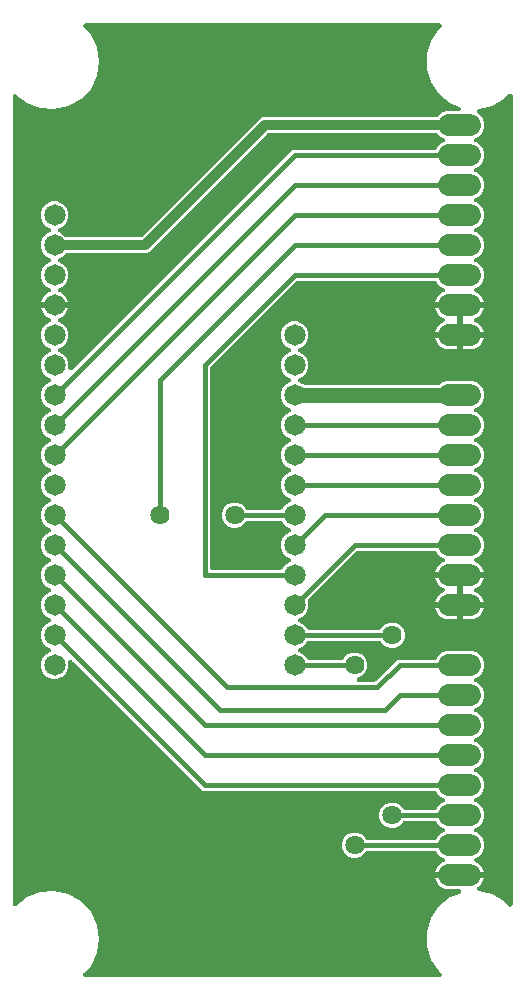
<source format=gbl>
G04 EAGLE Gerber RS-274X export*
G75*
%MOMM*%
%FSLAX34Y34*%
%LPD*%
%INBottomLayer*%
%IPPOS*%
%AMOC8*
5,1,8,0,0,1.08239X$1,22.5*%
G01*
%ADD10C,1.812800*%
%ADD11C,1.828800*%
%ADD12C,0.812800*%
%ADD13C,1.270000*%
%ADD14C,0.406400*%
%ADD15C,1.625600*%

G36*
X364113Y-60947D02*
X364113Y-60947D01*
X364236Y-60944D01*
X364313Y-60927D01*
X364391Y-60919D01*
X364509Y-60883D01*
X364629Y-60856D01*
X364701Y-60824D01*
X364776Y-60801D01*
X364884Y-60743D01*
X364996Y-60693D01*
X365061Y-60647D01*
X365130Y-60609D01*
X365225Y-60531D01*
X365325Y-60460D01*
X365379Y-60402D01*
X365439Y-60352D01*
X365516Y-60256D01*
X365601Y-60166D01*
X365642Y-60099D01*
X365692Y-60038D01*
X365748Y-59929D01*
X365813Y-59825D01*
X365841Y-59751D01*
X365877Y-59681D01*
X365911Y-59563D01*
X365954Y-59447D01*
X365967Y-59370D01*
X365989Y-59294D01*
X365999Y-59171D01*
X366018Y-59050D01*
X366015Y-58971D01*
X366022Y-58892D01*
X366007Y-58771D01*
X366002Y-58648D01*
X365984Y-58571D01*
X365975Y-58493D01*
X365937Y-58376D01*
X365908Y-58256D01*
X365874Y-58185D01*
X365850Y-58110D01*
X365789Y-58003D01*
X365738Y-57891D01*
X365691Y-57828D01*
X365652Y-57759D01*
X365572Y-57666D01*
X365499Y-57567D01*
X365432Y-57504D01*
X365389Y-57455D01*
X365332Y-57411D01*
X365257Y-57340D01*
X363671Y-56075D01*
X356851Y-46071D01*
X353282Y-34502D01*
X353282Y-22394D01*
X356851Y-10825D01*
X363671Y-821D01*
X373137Y6728D01*
X380947Y9793D01*
X380968Y9804D01*
X380990Y9811D01*
X381147Y9896D01*
X381305Y9977D01*
X381324Y9991D01*
X381344Y10003D01*
X381481Y10116D01*
X381620Y10227D01*
X381636Y10245D01*
X381654Y10260D01*
X381765Y10399D01*
X381880Y10535D01*
X381891Y10556D01*
X381906Y10574D01*
X381988Y10732D01*
X382074Y10888D01*
X382081Y10911D01*
X382091Y10931D01*
X382141Y11102D01*
X382194Y11272D01*
X382196Y11296D01*
X382203Y11318D01*
X382217Y11495D01*
X382236Y11673D01*
X382234Y11696D01*
X382236Y11720D01*
X382215Y11896D01*
X382198Y12074D01*
X382192Y12096D01*
X382189Y12119D01*
X382134Y12288D01*
X382082Y12459D01*
X382071Y12480D01*
X382064Y12502D01*
X381976Y12657D01*
X381893Y12814D01*
X381878Y12832D01*
X381866Y12853D01*
X381750Y12987D01*
X381637Y13125D01*
X381618Y13140D01*
X381603Y13157D01*
X381463Y13266D01*
X381324Y13379D01*
X381303Y13390D01*
X381285Y13404D01*
X381125Y13484D01*
X380968Y13566D01*
X380945Y13573D01*
X380924Y13584D01*
X380752Y13630D01*
X380582Y13680D01*
X380558Y13682D01*
X380536Y13688D01*
X380205Y13715D01*
X370936Y13715D01*
X369120Y14003D01*
X367370Y14571D01*
X365732Y15406D01*
X364244Y16487D01*
X362943Y17788D01*
X361862Y19276D01*
X361027Y20914D01*
X360459Y22664D01*
X360428Y22861D01*
X380492Y22861D01*
X380510Y22862D01*
X380527Y22861D01*
X380710Y22882D01*
X380892Y22901D01*
X380909Y22906D01*
X380927Y22908D01*
X381005Y22933D01*
X381142Y22894D01*
X381160Y22892D01*
X381177Y22888D01*
X381508Y22861D01*
X401572Y22861D01*
X401541Y22664D01*
X400973Y20914D01*
X400138Y19276D01*
X399057Y17788D01*
X397756Y16487D01*
X396428Y15523D01*
X396322Y15428D01*
X396211Y15340D01*
X396172Y15294D01*
X396128Y15255D01*
X396042Y15142D01*
X395950Y15033D01*
X395921Y14981D01*
X395886Y14933D01*
X395824Y14805D01*
X395756Y14680D01*
X395738Y14624D01*
X395712Y14570D01*
X395677Y14432D01*
X395634Y14297D01*
X395628Y14237D01*
X395613Y14180D01*
X395606Y14038D01*
X395591Y13896D01*
X395596Y13837D01*
X395593Y13777D01*
X395615Y13637D01*
X395628Y13495D01*
X395645Y13438D01*
X395653Y13379D01*
X395702Y13246D01*
X395742Y13109D01*
X395770Y13057D01*
X395791Y13001D01*
X395865Y12879D01*
X395931Y12754D01*
X395969Y12708D01*
X396000Y12657D01*
X396096Y12552D01*
X396186Y12442D01*
X396233Y12405D01*
X396273Y12361D01*
X396388Y12277D01*
X396498Y12188D01*
X396551Y12160D01*
X396599Y12125D01*
X396728Y12065D01*
X396854Y11999D01*
X396919Y11979D01*
X396965Y11957D01*
X397045Y11939D01*
X397170Y11899D01*
X408285Y9362D01*
X418771Y3308D01*
X422439Y-645D01*
X422474Y-676D01*
X422504Y-712D01*
X422624Y-809D01*
X422741Y-912D01*
X422782Y-935D01*
X422818Y-965D01*
X422955Y-1036D01*
X423089Y-1114D01*
X423134Y-1129D01*
X423175Y-1150D01*
X423324Y-1193D01*
X423470Y-1243D01*
X423517Y-1249D01*
X423562Y-1262D01*
X423717Y-1274D01*
X423870Y-1294D01*
X423917Y-1291D01*
X423964Y-1295D01*
X424117Y-1277D01*
X424271Y-1266D01*
X424317Y-1253D01*
X424363Y-1248D01*
X424511Y-1200D01*
X424660Y-1159D01*
X424701Y-1137D01*
X424746Y-1123D01*
X424881Y-1047D01*
X425019Y-977D01*
X425056Y-948D01*
X425097Y-925D01*
X425214Y-824D01*
X425335Y-728D01*
X425366Y-692D01*
X425402Y-662D01*
X425496Y-540D01*
X425597Y-422D01*
X425620Y-381D01*
X425648Y-344D01*
X425717Y-205D01*
X425792Y-70D01*
X425807Y-25D01*
X425828Y17D01*
X425868Y167D01*
X425915Y314D01*
X425920Y360D01*
X425932Y406D01*
X425953Y654D01*
X425959Y714D01*
X425958Y724D01*
X425959Y736D01*
X425959Y685064D01*
X425955Y685110D01*
X425957Y685157D01*
X425935Y685311D01*
X425919Y685464D01*
X425906Y685509D01*
X425899Y685556D01*
X425847Y685701D01*
X425801Y685849D01*
X425779Y685890D01*
X425763Y685935D01*
X425683Y686067D01*
X425609Y686203D01*
X425579Y686239D01*
X425555Y686279D01*
X425451Y686394D01*
X425352Y686512D01*
X425315Y686542D01*
X425283Y686577D01*
X425158Y686668D01*
X425038Y686765D01*
X424996Y686786D01*
X424958Y686814D01*
X424818Y686879D01*
X424681Y686950D01*
X424635Y686963D01*
X424593Y686983D01*
X424442Y687019D01*
X424294Y687062D01*
X424247Y687065D01*
X424201Y687076D01*
X424047Y687082D01*
X423892Y687095D01*
X423846Y687089D01*
X423799Y687091D01*
X423646Y687066D01*
X423493Y687048D01*
X423448Y687033D01*
X423402Y687025D01*
X423257Y686971D01*
X423110Y686923D01*
X423069Y686900D01*
X423025Y686883D01*
X422894Y686801D01*
X422759Y686725D01*
X422724Y686694D01*
X422684Y686669D01*
X422500Y686501D01*
X422455Y686462D01*
X422448Y686454D01*
X422439Y686445D01*
X418771Y682492D01*
X408285Y676438D01*
X397495Y673975D01*
X397319Y673916D01*
X397145Y673861D01*
X397130Y673853D01*
X397113Y673847D01*
X396953Y673755D01*
X396792Y673666D01*
X396779Y673655D01*
X396764Y673646D01*
X396626Y673525D01*
X396485Y673406D01*
X396475Y673392D01*
X396461Y673380D01*
X396349Y673234D01*
X396236Y673090D01*
X396228Y673074D01*
X396217Y673060D01*
X396137Y672895D01*
X396053Y672731D01*
X396049Y672714D01*
X396041Y672698D01*
X395995Y672521D01*
X395945Y672343D01*
X395944Y672326D01*
X395940Y672309D01*
X395929Y672125D01*
X395916Y671941D01*
X395918Y671924D01*
X395917Y671907D01*
X395943Y671725D01*
X395966Y671542D01*
X395972Y671525D01*
X395974Y671508D01*
X396036Y671334D01*
X396095Y671160D01*
X396103Y671145D01*
X396109Y671129D01*
X396204Y670971D01*
X396296Y670811D01*
X396308Y670797D01*
X396316Y670783D01*
X396365Y670729D01*
X396510Y670558D01*
X400050Y667019D01*
X401829Y662724D01*
X401829Y658076D01*
X400050Y653781D01*
X396763Y650494D01*
X394548Y649577D01*
X394540Y649572D01*
X394531Y649570D01*
X394361Y649477D01*
X394193Y649386D01*
X394186Y649381D01*
X394178Y649376D01*
X394030Y649252D01*
X393882Y649130D01*
X393877Y649123D01*
X393870Y649117D01*
X393750Y648967D01*
X393629Y648817D01*
X393625Y648809D01*
X393619Y648802D01*
X393532Y648633D01*
X393442Y648461D01*
X393439Y648452D01*
X393435Y648444D01*
X393383Y648262D01*
X393329Y648074D01*
X393328Y648065D01*
X393325Y648057D01*
X393311Y647866D01*
X393294Y647673D01*
X393295Y647664D01*
X393294Y647656D01*
X393318Y647465D01*
X393339Y647273D01*
X393342Y647265D01*
X393343Y647256D01*
X393403Y647074D01*
X393462Y646890D01*
X393467Y646882D01*
X393470Y646874D01*
X393565Y646706D01*
X393659Y646538D01*
X393664Y646532D01*
X393669Y646524D01*
X393796Y646378D01*
X393921Y646233D01*
X393928Y646227D01*
X393933Y646220D01*
X394086Y646103D01*
X394238Y645984D01*
X394246Y645980D01*
X394253Y645975D01*
X394548Y645823D01*
X396763Y644906D01*
X400050Y641619D01*
X401829Y637324D01*
X401829Y632676D01*
X400050Y628381D01*
X396763Y625094D01*
X394548Y624177D01*
X394540Y624172D01*
X394531Y624170D01*
X394361Y624077D01*
X394193Y623986D01*
X394186Y623981D01*
X394178Y623976D01*
X394030Y623852D01*
X393882Y623730D01*
X393877Y623723D01*
X393870Y623717D01*
X393750Y623567D01*
X393629Y623417D01*
X393625Y623409D01*
X393619Y623402D01*
X393532Y623233D01*
X393442Y623061D01*
X393439Y623052D01*
X393435Y623044D01*
X393383Y622862D01*
X393329Y622674D01*
X393328Y622665D01*
X393325Y622657D01*
X393311Y622466D01*
X393294Y622273D01*
X393295Y622264D01*
X393294Y622256D01*
X393318Y622065D01*
X393339Y621873D01*
X393342Y621865D01*
X393343Y621856D01*
X393403Y621674D01*
X393462Y621490D01*
X393467Y621482D01*
X393470Y621474D01*
X393565Y621306D01*
X393659Y621138D01*
X393664Y621132D01*
X393669Y621124D01*
X393796Y620978D01*
X393921Y620833D01*
X393928Y620827D01*
X393933Y620820D01*
X394086Y620703D01*
X394238Y620584D01*
X394246Y620580D01*
X394253Y620575D01*
X394548Y620423D01*
X396763Y619506D01*
X400050Y616219D01*
X401829Y611924D01*
X401829Y607276D01*
X400050Y602981D01*
X396763Y599694D01*
X394548Y598777D01*
X394540Y598772D01*
X394531Y598770D01*
X394362Y598677D01*
X394193Y598586D01*
X394186Y598581D01*
X394178Y598576D01*
X394031Y598453D01*
X393882Y598330D01*
X393877Y598323D01*
X393870Y598317D01*
X393749Y598166D01*
X393629Y598017D01*
X393625Y598010D01*
X393619Y598002D01*
X393530Y597829D01*
X393442Y597661D01*
X393439Y597652D01*
X393435Y597644D01*
X393382Y597458D01*
X393329Y597274D01*
X393328Y597265D01*
X393325Y597257D01*
X393311Y597066D01*
X393294Y596873D01*
X393295Y596864D01*
X393294Y596856D01*
X393318Y596664D01*
X393339Y596473D01*
X393342Y596465D01*
X393343Y596456D01*
X393403Y596273D01*
X393462Y596090D01*
X393467Y596082D01*
X393469Y596074D01*
X393565Y595907D01*
X393659Y595738D01*
X393665Y595732D01*
X393669Y595724D01*
X393795Y595580D01*
X393920Y595433D01*
X393928Y595427D01*
X393933Y595420D01*
X394086Y595303D01*
X394238Y595184D01*
X394245Y595180D01*
X394253Y595175D01*
X394548Y595023D01*
X396763Y594106D01*
X400050Y590819D01*
X401829Y586524D01*
X401829Y581876D01*
X400050Y577581D01*
X396763Y574294D01*
X394548Y573377D01*
X394540Y573372D01*
X394531Y573370D01*
X394362Y573277D01*
X394193Y573186D01*
X394186Y573181D01*
X394178Y573176D01*
X394031Y573053D01*
X393882Y572930D01*
X393877Y572923D01*
X393870Y572917D01*
X393749Y572766D01*
X393629Y572617D01*
X393625Y572610D01*
X393619Y572602D01*
X393530Y572429D01*
X393442Y572261D01*
X393439Y572252D01*
X393435Y572244D01*
X393382Y572058D01*
X393329Y571874D01*
X393328Y571865D01*
X393325Y571857D01*
X393311Y571666D01*
X393294Y571473D01*
X393295Y571464D01*
X393294Y571456D01*
X393318Y571264D01*
X393339Y571073D01*
X393342Y571065D01*
X393343Y571056D01*
X393403Y570873D01*
X393462Y570690D01*
X393467Y570682D01*
X393469Y570674D01*
X393565Y570507D01*
X393659Y570338D01*
X393665Y570332D01*
X393669Y570324D01*
X393795Y570180D01*
X393920Y570033D01*
X393928Y570027D01*
X393933Y570020D01*
X394086Y569903D01*
X394238Y569784D01*
X394245Y569780D01*
X394253Y569775D01*
X394548Y569623D01*
X396763Y568706D01*
X400050Y565419D01*
X401829Y561124D01*
X401829Y556476D01*
X400050Y552181D01*
X396763Y548894D01*
X394548Y547977D01*
X394540Y547972D01*
X394531Y547970D01*
X394362Y547877D01*
X394193Y547786D01*
X394186Y547781D01*
X394178Y547776D01*
X394031Y547653D01*
X393882Y547530D01*
X393877Y547523D01*
X393870Y547517D01*
X393749Y547366D01*
X393629Y547217D01*
X393625Y547210D01*
X393619Y547202D01*
X393530Y547029D01*
X393442Y546861D01*
X393439Y546852D01*
X393435Y546844D01*
X393382Y546658D01*
X393329Y546474D01*
X393328Y546465D01*
X393325Y546457D01*
X393311Y546266D01*
X393294Y546073D01*
X393295Y546064D01*
X393294Y546056D01*
X393318Y545864D01*
X393339Y545673D01*
X393342Y545665D01*
X393343Y545656D01*
X393403Y545473D01*
X393462Y545290D01*
X393467Y545282D01*
X393469Y545274D01*
X393565Y545106D01*
X393659Y544938D01*
X393665Y544932D01*
X393669Y544924D01*
X393795Y544780D01*
X393920Y544633D01*
X393928Y544627D01*
X393933Y544620D01*
X394086Y544503D01*
X394238Y544384D01*
X394245Y544380D01*
X394253Y544375D01*
X394548Y544223D01*
X396763Y543306D01*
X400050Y540019D01*
X401829Y535724D01*
X401829Y531076D01*
X400050Y526781D01*
X396763Y523494D01*
X394600Y522598D01*
X394521Y522556D01*
X394438Y522523D01*
X394344Y522461D01*
X394245Y522408D01*
X394176Y522351D01*
X394101Y522302D01*
X394021Y522223D01*
X393934Y522152D01*
X393878Y522082D01*
X393814Y522019D01*
X393752Y521926D01*
X393681Y521839D01*
X393639Y521760D01*
X393589Y521686D01*
X393546Y521582D01*
X393494Y521482D01*
X393469Y521397D01*
X393434Y521314D01*
X393412Y521204D01*
X393381Y521096D01*
X393373Y521007D01*
X393355Y520919D01*
X393356Y520807D01*
X393346Y520695D01*
X393356Y520606D01*
X393356Y520517D01*
X393379Y520406D01*
X393391Y520295D01*
X393418Y520210D01*
X393436Y520122D01*
X393480Y520019D01*
X393514Y519911D01*
X393558Y519833D01*
X393593Y519751D01*
X393656Y519658D01*
X393711Y519560D01*
X393769Y519492D01*
X393819Y519418D01*
X393899Y519340D01*
X393972Y519254D01*
X394043Y519199D01*
X394107Y519136D01*
X394201Y519075D01*
X394289Y519006D01*
X394369Y518966D01*
X394444Y518917D01*
X394508Y518890D01*
X396268Y517994D01*
X397756Y516913D01*
X399057Y515612D01*
X400138Y514124D01*
X400973Y512486D01*
X401541Y510736D01*
X401572Y510539D01*
X381508Y510539D01*
X381490Y510537D01*
X381473Y510539D01*
X381290Y510518D01*
X381108Y510499D01*
X381091Y510494D01*
X381073Y510492D01*
X380995Y510467D01*
X380858Y510506D01*
X380840Y510508D01*
X380823Y510512D01*
X380492Y510539D01*
X360428Y510539D01*
X360459Y510736D01*
X361027Y512486D01*
X361862Y514124D01*
X362943Y515612D01*
X364244Y516913D01*
X365732Y517994D01*
X367415Y518851D01*
X367417Y518852D01*
X367428Y518858D01*
X367513Y518901D01*
X367530Y518912D01*
X367618Y518951D01*
X367692Y519002D01*
X367770Y519045D01*
X367856Y519117D01*
X367948Y519182D01*
X368010Y519247D01*
X368078Y519304D01*
X368148Y519392D01*
X368226Y519473D01*
X368273Y519549D01*
X368329Y519619D01*
X368380Y519719D01*
X368440Y519814D01*
X368472Y519898D01*
X368513Y519977D01*
X368544Y520085D01*
X368584Y520190D01*
X368598Y520279D01*
X368623Y520365D01*
X368631Y520477D01*
X368650Y520588D01*
X368647Y520677D01*
X368654Y520766D01*
X368640Y520877D01*
X368636Y520990D01*
X368616Y521077D01*
X368605Y521166D01*
X368570Y521272D01*
X368544Y521382D01*
X368507Y521463D01*
X368479Y521548D01*
X368423Y521645D01*
X368376Y521748D01*
X368323Y521820D01*
X368279Y521898D01*
X368205Y521982D01*
X368139Y522073D01*
X368073Y522134D01*
X368015Y522201D01*
X367926Y522270D01*
X367843Y522346D01*
X367766Y522392D01*
X367695Y522447D01*
X367571Y522511D01*
X367498Y522554D01*
X367455Y522570D01*
X367400Y522598D01*
X365237Y523494D01*
X361950Y526781D01*
X361622Y527573D01*
X361612Y527593D01*
X361605Y527614D01*
X361516Y527770D01*
X361432Y527928D01*
X361418Y527945D01*
X361407Y527965D01*
X361290Y528100D01*
X361175Y528239D01*
X361158Y528253D01*
X361144Y528270D01*
X361002Y528379D01*
X360863Y528492D01*
X360843Y528503D01*
X360825Y528516D01*
X360665Y528596D01*
X360506Y528679D01*
X360485Y528686D01*
X360465Y528696D01*
X360292Y528742D01*
X360120Y528792D01*
X360098Y528794D01*
X360076Y528800D01*
X359745Y528827D01*
X244035Y528827D01*
X244009Y528825D01*
X243982Y528827D01*
X243808Y528805D01*
X243635Y528787D01*
X243609Y528780D01*
X243583Y528776D01*
X243417Y528721D01*
X243250Y528669D01*
X243226Y528656D01*
X243201Y528648D01*
X243049Y528561D01*
X242896Y528477D01*
X242875Y528460D01*
X242852Y528447D01*
X242599Y528232D01*
X170268Y455901D01*
X170251Y455880D01*
X170230Y455863D01*
X170123Y455725D01*
X170013Y455589D01*
X170000Y455566D01*
X169984Y455545D01*
X169906Y455388D01*
X169824Y455234D01*
X169816Y455208D01*
X169804Y455184D01*
X169759Y455014D01*
X169709Y454848D01*
X169707Y454821D01*
X169700Y454795D01*
X169673Y454465D01*
X169673Y286004D01*
X169675Y285986D01*
X169673Y285968D01*
X169694Y285786D01*
X169713Y285603D01*
X169718Y285586D01*
X169720Y285569D01*
X169777Y285394D01*
X169831Y285218D01*
X169839Y285203D01*
X169845Y285186D01*
X169935Y285026D01*
X170023Y284864D01*
X170034Y284851D01*
X170043Y284835D01*
X170163Y284696D01*
X170280Y284555D01*
X170294Y284544D01*
X170306Y284530D01*
X170451Y284418D01*
X170594Y284303D01*
X170610Y284295D01*
X170624Y284284D01*
X170789Y284202D01*
X170951Y284117D01*
X170968Y284112D01*
X170984Y284104D01*
X171163Y284057D01*
X171338Y284006D01*
X171356Y284004D01*
X171373Y284000D01*
X171704Y283973D01*
X229276Y283973D01*
X229298Y283975D01*
X229320Y283973D01*
X229498Y283995D01*
X229677Y284013D01*
X229698Y284019D01*
X229720Y284022D01*
X229891Y284078D01*
X230061Y284131D01*
X230081Y284141D01*
X230102Y284148D01*
X230258Y284237D01*
X230416Y284323D01*
X230433Y284337D01*
X230452Y284348D01*
X230587Y284466D01*
X230725Y284580D01*
X230739Y284598D01*
X230756Y284612D01*
X230865Y284755D01*
X230977Y284894D01*
X230987Y284914D01*
X231001Y284931D01*
X231153Y285227D01*
X231462Y285974D01*
X234726Y289238D01*
X237105Y290223D01*
X237113Y290228D01*
X237122Y290230D01*
X237290Y290322D01*
X237460Y290414D01*
X237467Y290419D01*
X237475Y290424D01*
X237621Y290547D01*
X237771Y290670D01*
X237776Y290677D01*
X237783Y290683D01*
X237903Y290833D01*
X238024Y290983D01*
X238028Y290991D01*
X238034Y290997D01*
X238122Y291168D01*
X238211Y291339D01*
X238214Y291348D01*
X238218Y291356D01*
X238270Y291540D01*
X238324Y291726D01*
X238325Y291734D01*
X238328Y291743D01*
X238342Y291934D01*
X238359Y292127D01*
X238358Y292136D01*
X238359Y292144D01*
X238336Y292334D01*
X238314Y292527D01*
X238311Y292535D01*
X238310Y292544D01*
X238251Y292723D01*
X238191Y292910D01*
X238186Y292918D01*
X238184Y292926D01*
X238088Y293094D01*
X237994Y293262D01*
X237989Y293268D01*
X237984Y293276D01*
X237858Y293421D01*
X237733Y293567D01*
X237725Y293573D01*
X237720Y293580D01*
X237566Y293697D01*
X237416Y293816D01*
X237408Y293820D01*
X237400Y293825D01*
X237105Y293977D01*
X234726Y294962D01*
X231462Y298226D01*
X229695Y302492D01*
X229695Y307108D01*
X231462Y311374D01*
X234726Y314638D01*
X237105Y315623D01*
X237113Y315628D01*
X237122Y315630D01*
X237290Y315722D01*
X237460Y315814D01*
X237467Y315819D01*
X237475Y315824D01*
X237621Y315947D01*
X237771Y316070D01*
X237776Y316077D01*
X237783Y316083D01*
X237903Y316233D01*
X238024Y316383D01*
X238028Y316391D01*
X238034Y316397D01*
X238122Y316568D01*
X238211Y316739D01*
X238214Y316748D01*
X238218Y316756D01*
X238270Y316940D01*
X238324Y317126D01*
X238325Y317134D01*
X238328Y317143D01*
X238342Y317334D01*
X238359Y317527D01*
X238358Y317536D01*
X238359Y317544D01*
X238336Y317734D01*
X238314Y317927D01*
X238311Y317935D01*
X238310Y317944D01*
X238250Y318126D01*
X238191Y318310D01*
X238186Y318318D01*
X238184Y318326D01*
X238088Y318494D01*
X237994Y318662D01*
X237989Y318668D01*
X237984Y318676D01*
X237858Y318821D01*
X237733Y318967D01*
X237725Y318973D01*
X237720Y318980D01*
X237566Y319097D01*
X237416Y319216D01*
X237408Y319220D01*
X237400Y319225D01*
X237105Y319377D01*
X234726Y320362D01*
X231462Y323626D01*
X231153Y324373D01*
X231142Y324393D01*
X231135Y324414D01*
X231047Y324571D01*
X230962Y324728D01*
X230948Y324745D01*
X230937Y324765D01*
X230820Y324901D01*
X230706Y325039D01*
X230689Y325053D01*
X230674Y325070D01*
X230532Y325179D01*
X230393Y325292D01*
X230374Y325303D01*
X230356Y325316D01*
X230196Y325396D01*
X230037Y325479D01*
X230015Y325486D01*
X229995Y325496D01*
X229822Y325542D01*
X229650Y325592D01*
X229628Y325594D01*
X229607Y325600D01*
X229276Y325627D01*
X201511Y325627D01*
X201489Y325625D01*
X201466Y325627D01*
X201289Y325605D01*
X201110Y325587D01*
X201089Y325581D01*
X201067Y325578D01*
X200897Y325522D01*
X200725Y325469D01*
X200706Y325459D01*
X200685Y325452D01*
X200529Y325363D01*
X200371Y325277D01*
X200354Y325263D01*
X200335Y325252D01*
X200200Y325135D01*
X200062Y325020D01*
X200048Y325002D01*
X200031Y324988D01*
X199922Y324846D01*
X199810Y324706D01*
X199799Y324686D01*
X199786Y324668D01*
X199634Y324373D01*
X199544Y324157D01*
X196543Y321155D01*
X192622Y319531D01*
X188378Y319531D01*
X184457Y321155D01*
X181455Y324157D01*
X179831Y328078D01*
X179831Y332322D01*
X181455Y336243D01*
X184457Y339245D01*
X188378Y340869D01*
X192622Y340869D01*
X196543Y339245D01*
X199544Y336243D01*
X199634Y336027D01*
X199645Y336007D01*
X199652Y335986D01*
X199740Y335830D01*
X199824Y335672D01*
X199839Y335655D01*
X199850Y335635D01*
X199967Y335499D01*
X200081Y335361D01*
X200098Y335347D01*
X200113Y335330D01*
X200254Y335221D01*
X200393Y335108D01*
X200413Y335097D01*
X200431Y335084D01*
X200591Y335004D01*
X200750Y334921D01*
X200771Y334914D01*
X200791Y334904D01*
X200965Y334858D01*
X201136Y334808D01*
X201159Y334806D01*
X201180Y334800D01*
X201511Y334773D01*
X229276Y334773D01*
X229298Y334775D01*
X229320Y334773D01*
X229498Y334795D01*
X229677Y334813D01*
X229698Y334819D01*
X229720Y334822D01*
X229891Y334878D01*
X230061Y334931D01*
X230081Y334941D01*
X230102Y334948D01*
X230258Y335037D01*
X230416Y335123D01*
X230433Y335137D01*
X230452Y335148D01*
X230587Y335266D01*
X230725Y335380D01*
X230739Y335398D01*
X230756Y335412D01*
X230865Y335555D01*
X230977Y335694D01*
X230987Y335714D01*
X231001Y335731D01*
X231153Y336027D01*
X231462Y336774D01*
X234726Y340038D01*
X237105Y341023D01*
X237113Y341028D01*
X237122Y341030D01*
X237290Y341122D01*
X237460Y341214D01*
X237467Y341219D01*
X237475Y341224D01*
X237621Y341347D01*
X237771Y341470D01*
X237776Y341477D01*
X237783Y341483D01*
X237903Y341633D01*
X238024Y341783D01*
X238028Y341791D01*
X238034Y341797D01*
X238122Y341968D01*
X238211Y342139D01*
X238214Y342148D01*
X238218Y342156D01*
X238270Y342340D01*
X238324Y342526D01*
X238325Y342534D01*
X238328Y342543D01*
X238342Y342734D01*
X238359Y342927D01*
X238358Y342936D01*
X238359Y342944D01*
X238336Y343134D01*
X238314Y343327D01*
X238311Y343335D01*
X238310Y343344D01*
X238250Y343526D01*
X238191Y343710D01*
X238186Y343718D01*
X238184Y343726D01*
X238088Y343894D01*
X237994Y344062D01*
X237989Y344068D01*
X237984Y344076D01*
X237858Y344221D01*
X237733Y344367D01*
X237725Y344373D01*
X237720Y344380D01*
X237566Y344497D01*
X237416Y344616D01*
X237408Y344620D01*
X237400Y344625D01*
X237105Y344777D01*
X234726Y345762D01*
X231462Y349026D01*
X229695Y353292D01*
X229695Y357908D01*
X231462Y362174D01*
X234726Y365438D01*
X237105Y366423D01*
X237113Y366428D01*
X237122Y366430D01*
X237290Y366522D01*
X237460Y366614D01*
X237467Y366619D01*
X237475Y366624D01*
X237621Y366747D01*
X237771Y366870D01*
X237776Y366877D01*
X237783Y366883D01*
X237903Y367033D01*
X238024Y367183D01*
X238028Y367191D01*
X238034Y367197D01*
X238122Y367368D01*
X238211Y367539D01*
X238214Y367548D01*
X238218Y367556D01*
X238270Y367740D01*
X238324Y367926D01*
X238325Y367934D01*
X238328Y367943D01*
X238342Y368134D01*
X238359Y368327D01*
X238358Y368336D01*
X238359Y368344D01*
X238336Y368534D01*
X238314Y368727D01*
X238311Y368735D01*
X238310Y368744D01*
X238250Y368926D01*
X238191Y369110D01*
X238186Y369118D01*
X238184Y369126D01*
X238088Y369294D01*
X237994Y369462D01*
X237989Y369468D01*
X237984Y369476D01*
X237858Y369621D01*
X237733Y369767D01*
X237725Y369773D01*
X237720Y369780D01*
X237566Y369897D01*
X237416Y370016D01*
X237408Y370020D01*
X237400Y370025D01*
X237105Y370177D01*
X234726Y371162D01*
X231462Y374426D01*
X229695Y378692D01*
X229695Y383308D01*
X231462Y387574D01*
X234726Y390838D01*
X237105Y391823D01*
X237113Y391828D01*
X237122Y391830D01*
X237290Y391922D01*
X237460Y392014D01*
X237467Y392019D01*
X237475Y392024D01*
X237621Y392147D01*
X237771Y392270D01*
X237776Y392277D01*
X237783Y392283D01*
X237903Y392433D01*
X238024Y392583D01*
X238028Y392591D01*
X238034Y392597D01*
X238122Y392768D01*
X238211Y392939D01*
X238214Y392948D01*
X238218Y392956D01*
X238270Y393140D01*
X238324Y393326D01*
X238325Y393334D01*
X238328Y393343D01*
X238342Y393534D01*
X238359Y393727D01*
X238358Y393736D01*
X238359Y393744D01*
X238336Y393934D01*
X238314Y394127D01*
X238311Y394135D01*
X238310Y394144D01*
X238250Y394326D01*
X238191Y394510D01*
X238186Y394518D01*
X238184Y394526D01*
X238088Y394694D01*
X237994Y394862D01*
X237989Y394868D01*
X237984Y394876D01*
X237858Y395021D01*
X237733Y395167D01*
X237725Y395173D01*
X237720Y395180D01*
X237566Y395297D01*
X237416Y395416D01*
X237408Y395420D01*
X237400Y395425D01*
X237105Y395577D01*
X234726Y396562D01*
X231462Y399826D01*
X229695Y404092D01*
X229695Y408708D01*
X231462Y412974D01*
X234726Y416238D01*
X237105Y417223D01*
X237113Y417228D01*
X237122Y417230D01*
X237290Y417322D01*
X237460Y417414D01*
X237467Y417419D01*
X237475Y417424D01*
X237621Y417547D01*
X237771Y417670D01*
X237776Y417677D01*
X237783Y417683D01*
X237903Y417833D01*
X238024Y417983D01*
X238028Y417991D01*
X238034Y417997D01*
X238122Y418168D01*
X238211Y418339D01*
X238214Y418348D01*
X238218Y418356D01*
X238270Y418540D01*
X238324Y418726D01*
X238325Y418734D01*
X238328Y418743D01*
X238342Y418934D01*
X238359Y419127D01*
X238358Y419136D01*
X238359Y419144D01*
X238336Y419334D01*
X238314Y419527D01*
X238311Y419535D01*
X238310Y419544D01*
X238250Y419726D01*
X238191Y419910D01*
X238186Y419918D01*
X238184Y419926D01*
X238088Y420094D01*
X237994Y420262D01*
X237989Y420268D01*
X237984Y420276D01*
X237859Y420420D01*
X237733Y420567D01*
X237725Y420573D01*
X237720Y420580D01*
X237566Y420697D01*
X237416Y420816D01*
X237408Y420820D01*
X237400Y420825D01*
X237105Y420977D01*
X234726Y421962D01*
X231462Y425226D01*
X229695Y429492D01*
X229695Y434108D01*
X231462Y438374D01*
X234726Y441638D01*
X237105Y442623D01*
X237113Y442628D01*
X237122Y442630D01*
X237290Y442722D01*
X237460Y442814D01*
X237467Y442819D01*
X237475Y442824D01*
X237621Y442947D01*
X237771Y443070D01*
X237776Y443077D01*
X237783Y443083D01*
X237903Y443233D01*
X238024Y443383D01*
X238028Y443391D01*
X238034Y443397D01*
X238122Y443568D01*
X238211Y443739D01*
X238214Y443748D01*
X238218Y443756D01*
X238270Y443940D01*
X238324Y444126D01*
X238325Y444134D01*
X238328Y444143D01*
X238342Y444334D01*
X238359Y444527D01*
X238358Y444536D01*
X238359Y444544D01*
X238336Y444734D01*
X238314Y444927D01*
X238311Y444935D01*
X238310Y444944D01*
X238250Y445126D01*
X238191Y445310D01*
X238186Y445318D01*
X238184Y445326D01*
X238088Y445494D01*
X237994Y445662D01*
X237989Y445668D01*
X237984Y445676D01*
X237858Y445821D01*
X237733Y445967D01*
X237725Y445973D01*
X237720Y445980D01*
X237566Y446097D01*
X237416Y446216D01*
X237408Y446220D01*
X237400Y446225D01*
X237105Y446377D01*
X234726Y447362D01*
X231462Y450626D01*
X229695Y454892D01*
X229695Y459508D01*
X231462Y463774D01*
X234726Y467038D01*
X237105Y468023D01*
X237113Y468028D01*
X237122Y468030D01*
X237290Y468122D01*
X237460Y468214D01*
X237467Y468219D01*
X237475Y468224D01*
X237621Y468347D01*
X237771Y468470D01*
X237776Y468477D01*
X237783Y468483D01*
X237903Y468633D01*
X238024Y468783D01*
X238028Y468791D01*
X238034Y468797D01*
X238122Y468968D01*
X238211Y469139D01*
X238214Y469148D01*
X238218Y469156D01*
X238270Y469340D01*
X238324Y469526D01*
X238325Y469534D01*
X238328Y469543D01*
X238342Y469734D01*
X238359Y469927D01*
X238358Y469936D01*
X238359Y469944D01*
X238336Y470134D01*
X238314Y470327D01*
X238311Y470335D01*
X238310Y470344D01*
X238250Y470524D01*
X238191Y470710D01*
X238186Y470718D01*
X238184Y470726D01*
X238088Y470894D01*
X237994Y471062D01*
X237989Y471068D01*
X237984Y471076D01*
X237858Y471221D01*
X237733Y471367D01*
X237725Y471373D01*
X237720Y471380D01*
X237566Y471497D01*
X237416Y471616D01*
X237408Y471620D01*
X237400Y471625D01*
X237105Y471777D01*
X234726Y472762D01*
X231462Y476026D01*
X229695Y480292D01*
X229695Y484908D01*
X231462Y489174D01*
X234726Y492438D01*
X237846Y493730D01*
X238992Y494205D01*
X243608Y494205D01*
X247874Y492438D01*
X251138Y489174D01*
X252905Y484908D01*
X252905Y480292D01*
X251138Y476026D01*
X247874Y472762D01*
X245495Y471777D01*
X245487Y471772D01*
X245478Y471770D01*
X245308Y471677D01*
X245140Y471586D01*
X245133Y471581D01*
X245125Y471576D01*
X244977Y471452D01*
X244829Y471330D01*
X244824Y471323D01*
X244817Y471317D01*
X244697Y471167D01*
X244576Y471017D01*
X244572Y471009D01*
X244566Y471002D01*
X244479Y470833D01*
X244389Y470661D01*
X244386Y470652D01*
X244382Y470644D01*
X244330Y470462D01*
X244276Y470274D01*
X244275Y470265D01*
X244272Y470257D01*
X244258Y470066D01*
X244241Y469873D01*
X244242Y469864D01*
X244241Y469856D01*
X244265Y469665D01*
X244286Y469473D01*
X244289Y469465D01*
X244290Y469456D01*
X244350Y469274D01*
X244409Y469090D01*
X244414Y469082D01*
X244416Y469074D01*
X244512Y468906D01*
X244606Y468738D01*
X244611Y468732D01*
X244616Y468724D01*
X244743Y468578D01*
X244867Y468433D01*
X244875Y468427D01*
X244880Y468420D01*
X245033Y468303D01*
X245185Y468184D01*
X245193Y468180D01*
X245200Y468175D01*
X245495Y468023D01*
X247874Y467038D01*
X251138Y463774D01*
X252905Y459508D01*
X252905Y454892D01*
X251138Y450626D01*
X247874Y447362D01*
X245495Y446377D01*
X245487Y446372D01*
X245478Y446370D01*
X245308Y446277D01*
X245140Y446186D01*
X245133Y446181D01*
X245125Y446176D01*
X244977Y446052D01*
X244829Y445930D01*
X244824Y445923D01*
X244817Y445917D01*
X244697Y445767D01*
X244576Y445617D01*
X244572Y445609D01*
X244566Y445602D01*
X244479Y445433D01*
X244389Y445261D01*
X244386Y445252D01*
X244382Y445244D01*
X244330Y445062D01*
X244276Y444874D01*
X244275Y444865D01*
X244272Y444857D01*
X244257Y444664D01*
X244241Y444473D01*
X244242Y444464D01*
X244241Y444456D01*
X244265Y444264D01*
X244286Y444073D01*
X244289Y444065D01*
X244290Y444056D01*
X244350Y443874D01*
X244409Y443690D01*
X244414Y443682D01*
X244416Y443674D01*
X244512Y443506D01*
X244606Y443338D01*
X244611Y443332D01*
X244616Y443324D01*
X244743Y443178D01*
X244867Y443033D01*
X244875Y443027D01*
X244880Y443020D01*
X245033Y442903D01*
X245185Y442784D01*
X245193Y442780D01*
X245200Y442775D01*
X245495Y442623D01*
X247874Y441638D01*
X248226Y441286D01*
X248247Y441269D01*
X248264Y441248D01*
X248402Y441141D01*
X248537Y441031D01*
X248561Y441018D01*
X248582Y441002D01*
X248739Y440924D01*
X248893Y440842D01*
X248919Y440834D01*
X248943Y440822D01*
X249112Y440777D01*
X249279Y440727D01*
X249306Y440725D01*
X249332Y440718D01*
X249662Y440691D01*
X363381Y440691D01*
X363407Y440693D01*
X363434Y440691D01*
X363608Y440713D01*
X363781Y440731D01*
X363807Y440738D01*
X363833Y440742D01*
X363999Y440797D01*
X364166Y440849D01*
X364190Y440862D01*
X364215Y440870D01*
X364367Y440957D01*
X364520Y441041D01*
X364541Y441058D01*
X364564Y441071D01*
X364817Y441286D01*
X365237Y441706D01*
X369532Y443485D01*
X392468Y443485D01*
X396763Y441706D01*
X400050Y438419D01*
X401829Y434124D01*
X401829Y429476D01*
X400050Y425181D01*
X396763Y421894D01*
X394548Y420977D01*
X394540Y420972D01*
X394531Y420970D01*
X394361Y420877D01*
X394193Y420786D01*
X394186Y420781D01*
X394178Y420776D01*
X394030Y420652D01*
X393882Y420530D01*
X393877Y420523D01*
X393870Y420517D01*
X393750Y420367D01*
X393629Y420217D01*
X393625Y420209D01*
X393619Y420202D01*
X393532Y420033D01*
X393442Y419861D01*
X393439Y419852D01*
X393435Y419844D01*
X393383Y419662D01*
X393329Y419474D01*
X393328Y419465D01*
X393325Y419457D01*
X393311Y419266D01*
X393294Y419073D01*
X393295Y419064D01*
X393294Y419056D01*
X393318Y418865D01*
X393339Y418673D01*
X393342Y418665D01*
X393343Y418656D01*
X393403Y418474D01*
X393462Y418290D01*
X393467Y418282D01*
X393470Y418274D01*
X393565Y418106D01*
X393659Y417938D01*
X393664Y417932D01*
X393669Y417924D01*
X393796Y417778D01*
X393921Y417633D01*
X393928Y417627D01*
X393933Y417620D01*
X394086Y417503D01*
X394238Y417384D01*
X394246Y417380D01*
X394253Y417375D01*
X394548Y417223D01*
X396763Y416306D01*
X400050Y413019D01*
X401829Y408724D01*
X401829Y404076D01*
X400050Y399781D01*
X396763Y396494D01*
X395362Y395914D01*
X394548Y395577D01*
X394540Y395572D01*
X394531Y395570D01*
X394361Y395477D01*
X394193Y395386D01*
X394186Y395381D01*
X394178Y395376D01*
X394030Y395252D01*
X393882Y395130D01*
X393877Y395123D01*
X393870Y395117D01*
X393750Y394967D01*
X393629Y394817D01*
X393625Y394809D01*
X393619Y394802D01*
X393532Y394633D01*
X393442Y394461D01*
X393439Y394452D01*
X393435Y394444D01*
X393383Y394262D01*
X393329Y394074D01*
X393328Y394065D01*
X393325Y394057D01*
X393311Y393866D01*
X393294Y393673D01*
X393295Y393664D01*
X393294Y393656D01*
X393318Y393465D01*
X393339Y393273D01*
X393342Y393265D01*
X393343Y393256D01*
X393403Y393074D01*
X393462Y392890D01*
X393467Y392882D01*
X393470Y392874D01*
X393565Y392706D01*
X393659Y392538D01*
X393664Y392532D01*
X393669Y392524D01*
X393796Y392378D01*
X393921Y392233D01*
X393928Y392227D01*
X393933Y392220D01*
X394086Y392103D01*
X394238Y391984D01*
X394246Y391980D01*
X394253Y391975D01*
X394548Y391823D01*
X396763Y390906D01*
X400050Y387619D01*
X401829Y383324D01*
X401829Y378676D01*
X400050Y374381D01*
X396763Y371094D01*
X394548Y370177D01*
X394540Y370172D01*
X394531Y370170D01*
X394361Y370077D01*
X394193Y369986D01*
X394186Y369981D01*
X394178Y369976D01*
X394030Y369852D01*
X393882Y369730D01*
X393877Y369723D01*
X393870Y369717D01*
X393750Y369567D01*
X393629Y369417D01*
X393625Y369409D01*
X393619Y369402D01*
X393532Y369233D01*
X393442Y369061D01*
X393439Y369052D01*
X393435Y369044D01*
X393383Y368862D01*
X393329Y368674D01*
X393328Y368665D01*
X393325Y368657D01*
X393311Y368466D01*
X393294Y368273D01*
X393295Y368264D01*
X393294Y368256D01*
X393318Y368065D01*
X393339Y367873D01*
X393342Y367865D01*
X393343Y367856D01*
X393403Y367674D01*
X393462Y367490D01*
X393467Y367482D01*
X393470Y367474D01*
X393565Y367306D01*
X393659Y367138D01*
X393664Y367132D01*
X393669Y367124D01*
X393796Y366978D01*
X393921Y366833D01*
X393928Y366827D01*
X393933Y366820D01*
X394086Y366703D01*
X394238Y366584D01*
X394246Y366580D01*
X394253Y366575D01*
X394548Y366423D01*
X396763Y365506D01*
X400050Y362219D01*
X401829Y357924D01*
X401829Y353276D01*
X400050Y348981D01*
X396763Y345694D01*
X394548Y344777D01*
X394540Y344772D01*
X394531Y344770D01*
X394361Y344677D01*
X394193Y344586D01*
X394186Y344581D01*
X394178Y344576D01*
X394030Y344452D01*
X393882Y344330D01*
X393877Y344323D01*
X393870Y344317D01*
X393750Y344167D01*
X393629Y344017D01*
X393625Y344009D01*
X393619Y344002D01*
X393532Y343833D01*
X393442Y343661D01*
X393439Y343652D01*
X393435Y343644D01*
X393383Y343462D01*
X393329Y343274D01*
X393328Y343265D01*
X393325Y343257D01*
X393311Y343066D01*
X393294Y342873D01*
X393295Y342864D01*
X393294Y342856D01*
X393318Y342665D01*
X393339Y342473D01*
X393342Y342465D01*
X393343Y342456D01*
X393403Y342274D01*
X393462Y342090D01*
X393467Y342082D01*
X393470Y342074D01*
X393565Y341906D01*
X393659Y341738D01*
X393664Y341732D01*
X393669Y341724D01*
X393796Y341578D01*
X393921Y341433D01*
X393928Y341427D01*
X393933Y341420D01*
X394086Y341303D01*
X394238Y341184D01*
X394246Y341180D01*
X394253Y341175D01*
X394548Y341023D01*
X396763Y340106D01*
X400050Y336819D01*
X401829Y332524D01*
X401829Y327876D01*
X400050Y323581D01*
X396763Y320294D01*
X394548Y319377D01*
X394540Y319372D01*
X394531Y319370D01*
X394361Y319277D01*
X394193Y319186D01*
X394186Y319181D01*
X394178Y319176D01*
X394030Y319052D01*
X393882Y318930D01*
X393877Y318923D01*
X393870Y318917D01*
X393750Y318767D01*
X393629Y318617D01*
X393625Y318609D01*
X393619Y318602D01*
X393532Y318433D01*
X393442Y318261D01*
X393439Y318252D01*
X393435Y318244D01*
X393383Y318062D01*
X393329Y317874D01*
X393328Y317865D01*
X393325Y317857D01*
X393311Y317666D01*
X393294Y317473D01*
X393295Y317464D01*
X393294Y317456D01*
X393318Y317265D01*
X393339Y317073D01*
X393342Y317065D01*
X393343Y317056D01*
X393403Y316874D01*
X393462Y316690D01*
X393467Y316682D01*
X393470Y316674D01*
X393565Y316506D01*
X393659Y316338D01*
X393664Y316332D01*
X393669Y316324D01*
X393796Y316178D01*
X393921Y316033D01*
X393928Y316027D01*
X393933Y316020D01*
X394086Y315903D01*
X394238Y315784D01*
X394246Y315780D01*
X394253Y315775D01*
X394548Y315623D01*
X396763Y314706D01*
X400050Y311419D01*
X401829Y307124D01*
X401829Y302476D01*
X400050Y298181D01*
X396763Y294894D01*
X394600Y293998D01*
X394521Y293956D01*
X394438Y293923D01*
X394344Y293861D01*
X394245Y293808D01*
X394176Y293751D01*
X394101Y293702D01*
X394021Y293623D01*
X393934Y293552D01*
X393878Y293482D01*
X393814Y293419D01*
X393752Y293326D01*
X393681Y293239D01*
X393639Y293160D01*
X393589Y293086D01*
X393546Y292982D01*
X393494Y292882D01*
X393469Y292797D01*
X393434Y292714D01*
X393412Y292604D01*
X393381Y292496D01*
X393373Y292407D01*
X393355Y292319D01*
X393356Y292207D01*
X393346Y292095D01*
X393356Y292006D01*
X393356Y291917D01*
X393379Y291806D01*
X393391Y291695D01*
X393418Y291610D01*
X393436Y291522D01*
X393480Y291419D01*
X393514Y291311D01*
X393558Y291233D01*
X393593Y291151D01*
X393656Y291058D01*
X393711Y290960D01*
X393769Y290892D01*
X393819Y290818D01*
X393899Y290740D01*
X393972Y290654D01*
X394043Y290599D01*
X394107Y290536D01*
X394201Y290475D01*
X394289Y290406D01*
X394369Y290366D01*
X394444Y290317D01*
X394508Y290290D01*
X396268Y289394D01*
X397756Y288313D01*
X399057Y287012D01*
X400138Y285524D01*
X400973Y283886D01*
X401541Y282136D01*
X401572Y281939D01*
X381508Y281939D01*
X381490Y281937D01*
X381473Y281939D01*
X381290Y281918D01*
X381108Y281899D01*
X381091Y281894D01*
X381073Y281892D01*
X380995Y281867D01*
X380858Y281906D01*
X380840Y281908D01*
X380823Y281912D01*
X380492Y281939D01*
X360428Y281939D01*
X360459Y282136D01*
X361027Y283886D01*
X361862Y285524D01*
X362943Y287012D01*
X364244Y288313D01*
X365732Y289394D01*
X367415Y290251D01*
X367417Y290252D01*
X367428Y290258D01*
X367513Y290301D01*
X367530Y290312D01*
X367618Y290351D01*
X367692Y290402D01*
X367770Y290445D01*
X367856Y290517D01*
X367948Y290582D01*
X368010Y290647D01*
X368078Y290704D01*
X368148Y290792D01*
X368226Y290873D01*
X368273Y290949D01*
X368329Y291019D01*
X368380Y291119D01*
X368440Y291214D01*
X368472Y291298D01*
X368513Y291377D01*
X368544Y291485D01*
X368584Y291590D01*
X368598Y291679D01*
X368623Y291765D01*
X368631Y291877D01*
X368650Y291988D01*
X368647Y292077D01*
X368654Y292166D01*
X368640Y292277D01*
X368636Y292390D01*
X368616Y292477D01*
X368605Y292566D01*
X368570Y292672D01*
X368544Y292782D01*
X368507Y292863D01*
X368479Y292948D01*
X368423Y293045D01*
X368376Y293148D01*
X368323Y293220D01*
X368279Y293298D01*
X368205Y293382D01*
X368139Y293473D01*
X368073Y293534D01*
X368015Y293601D01*
X367926Y293670D01*
X367843Y293746D01*
X367766Y293792D01*
X367695Y293847D01*
X367571Y293911D01*
X367498Y293954D01*
X367455Y293970D01*
X367400Y293998D01*
X365237Y294894D01*
X361950Y298181D01*
X361622Y298973D01*
X361612Y298993D01*
X361605Y299014D01*
X361516Y299170D01*
X361432Y299328D01*
X361418Y299345D01*
X361407Y299365D01*
X361290Y299500D01*
X361175Y299639D01*
X361158Y299653D01*
X361144Y299670D01*
X361002Y299779D01*
X360863Y299892D01*
X360843Y299903D01*
X360825Y299916D01*
X360665Y299996D01*
X360506Y300079D01*
X360485Y300086D01*
X360465Y300096D01*
X360292Y300142D01*
X360120Y300192D01*
X360098Y300194D01*
X360076Y300200D01*
X359745Y300227D01*
X294835Y300227D01*
X294809Y300225D01*
X294782Y300227D01*
X294608Y300205D01*
X294435Y300187D01*
X294409Y300180D01*
X294383Y300176D01*
X294217Y300121D01*
X294050Y300069D01*
X294026Y300056D01*
X294001Y300048D01*
X293849Y299961D01*
X293696Y299877D01*
X293675Y299860D01*
X293652Y299847D01*
X293399Y299632D01*
X253036Y259269D01*
X253021Y259252D01*
X253005Y259237D01*
X252894Y259096D01*
X252781Y258957D01*
X252770Y258938D01*
X252756Y258920D01*
X252676Y258760D01*
X252592Y258602D01*
X252586Y258580D01*
X252576Y258560D01*
X252528Y258388D01*
X252477Y258216D01*
X252475Y258194D01*
X252469Y258172D01*
X252457Y257993D01*
X252441Y257815D01*
X252443Y257793D01*
X252442Y257770D01*
X252465Y257593D01*
X252484Y257415D01*
X252491Y257393D01*
X252494Y257371D01*
X252595Y257055D01*
X252905Y256308D01*
X252905Y251692D01*
X251138Y247426D01*
X247874Y244162D01*
X245495Y243177D01*
X245487Y243172D01*
X245478Y243170D01*
X245308Y243077D01*
X245140Y242986D01*
X245133Y242981D01*
X245125Y242976D01*
X244977Y242852D01*
X244829Y242730D01*
X244824Y242723D01*
X244817Y242717D01*
X244697Y242567D01*
X244576Y242417D01*
X244572Y242409D01*
X244566Y242402D01*
X244479Y242233D01*
X244389Y242061D01*
X244386Y242052D01*
X244382Y242044D01*
X244330Y241862D01*
X244276Y241674D01*
X244275Y241665D01*
X244272Y241657D01*
X244258Y241466D01*
X244241Y241273D01*
X244242Y241264D01*
X244241Y241256D01*
X244265Y241065D01*
X244286Y240873D01*
X244289Y240865D01*
X244290Y240856D01*
X244350Y240674D01*
X244409Y240490D01*
X244414Y240482D01*
X244416Y240474D01*
X244512Y240306D01*
X244606Y240138D01*
X244611Y240132D01*
X244616Y240124D01*
X244744Y239977D01*
X244867Y239833D01*
X244875Y239827D01*
X244880Y239820D01*
X245033Y239703D01*
X245185Y239584D01*
X245193Y239580D01*
X245200Y239575D01*
X245495Y239423D01*
X247874Y238438D01*
X251138Y235174D01*
X251447Y234427D01*
X251458Y234407D01*
X251465Y234386D01*
X251553Y234230D01*
X251638Y234072D01*
X251652Y234055D01*
X251663Y234035D01*
X251780Y233899D01*
X251894Y233761D01*
X251911Y233747D01*
X251926Y233730D01*
X252067Y233621D01*
X252207Y233508D01*
X252226Y233497D01*
X252244Y233484D01*
X252404Y233404D01*
X252563Y233321D01*
X252584Y233314D01*
X252605Y233304D01*
X252778Y233258D01*
X252950Y233208D01*
X252972Y233206D01*
X252993Y233200D01*
X253324Y233173D01*
X312839Y233173D01*
X312861Y233175D01*
X312884Y233173D01*
X313061Y233195D01*
X313240Y233213D01*
X313261Y233219D01*
X313283Y233222D01*
X313453Y233278D01*
X313625Y233331D01*
X313644Y233341D01*
X313665Y233348D01*
X313821Y233437D01*
X313979Y233523D01*
X313996Y233537D01*
X314015Y233548D01*
X314150Y233665D01*
X314288Y233780D01*
X314302Y233798D01*
X314319Y233812D01*
X314428Y233954D01*
X314540Y234094D01*
X314551Y234114D01*
X314564Y234132D01*
X314716Y234427D01*
X314806Y234643D01*
X317807Y237645D01*
X321728Y239269D01*
X325972Y239269D01*
X329893Y237645D01*
X332895Y234643D01*
X334519Y230722D01*
X334519Y226478D01*
X332895Y222557D01*
X329893Y219555D01*
X325972Y217931D01*
X321728Y217931D01*
X317807Y219555D01*
X314806Y222557D01*
X314716Y222773D01*
X314705Y222793D01*
X314698Y222814D01*
X314610Y222970D01*
X314526Y223128D01*
X314511Y223145D01*
X314500Y223165D01*
X314383Y223301D01*
X314269Y223439D01*
X314252Y223453D01*
X314237Y223470D01*
X314096Y223579D01*
X313957Y223692D01*
X313937Y223703D01*
X313919Y223716D01*
X313759Y223796D01*
X313600Y223879D01*
X313579Y223886D01*
X313559Y223896D01*
X313385Y223942D01*
X313214Y223992D01*
X313191Y223994D01*
X313170Y224000D01*
X312839Y224027D01*
X253324Y224027D01*
X253302Y224025D01*
X253280Y224027D01*
X253102Y224005D01*
X252923Y223987D01*
X252902Y223981D01*
X252880Y223978D01*
X252710Y223922D01*
X252538Y223869D01*
X252519Y223859D01*
X252498Y223852D01*
X252342Y223763D01*
X252184Y223677D01*
X252167Y223663D01*
X252148Y223652D01*
X252013Y223534D01*
X251875Y223420D01*
X251861Y223402D01*
X251844Y223388D01*
X251735Y223245D01*
X251623Y223106D01*
X251613Y223086D01*
X251599Y223068D01*
X251447Y222773D01*
X251138Y222026D01*
X247874Y218762D01*
X245495Y217777D01*
X245487Y217772D01*
X245478Y217770D01*
X245308Y217677D01*
X245140Y217586D01*
X245133Y217581D01*
X245125Y217576D01*
X244977Y217452D01*
X244829Y217330D01*
X244824Y217323D01*
X244817Y217317D01*
X244697Y217167D01*
X244576Y217017D01*
X244572Y217009D01*
X244566Y217002D01*
X244479Y216833D01*
X244389Y216661D01*
X244386Y216652D01*
X244382Y216644D01*
X244330Y216462D01*
X244276Y216274D01*
X244275Y216265D01*
X244272Y216257D01*
X244258Y216066D01*
X244241Y215873D01*
X244242Y215864D01*
X244241Y215856D01*
X244265Y215665D01*
X244286Y215473D01*
X244289Y215465D01*
X244290Y215456D01*
X244350Y215274D01*
X244409Y215090D01*
X244414Y215082D01*
X244416Y215074D01*
X244512Y214906D01*
X244606Y214738D01*
X244611Y214732D01*
X244616Y214724D01*
X244743Y214578D01*
X244867Y214433D01*
X244875Y214427D01*
X244880Y214420D01*
X245033Y214303D01*
X245185Y214184D01*
X245193Y214180D01*
X245200Y214175D01*
X245495Y214023D01*
X247874Y213038D01*
X251138Y209774D01*
X251447Y209027D01*
X251458Y209007D01*
X251465Y208986D01*
X251553Y208830D01*
X251638Y208672D01*
X251652Y208655D01*
X251663Y208635D01*
X251780Y208499D01*
X251894Y208361D01*
X251911Y208347D01*
X251926Y208330D01*
X252067Y208221D01*
X252207Y208108D01*
X252226Y208097D01*
X252244Y208084D01*
X252404Y208004D01*
X252563Y207921D01*
X252584Y207914D01*
X252605Y207904D01*
X252778Y207858D01*
X252950Y207808D01*
X252972Y207806D01*
X252993Y207800D01*
X253324Y207773D01*
X281089Y207773D01*
X281111Y207775D01*
X281134Y207773D01*
X281311Y207795D01*
X281490Y207813D01*
X281511Y207819D01*
X281533Y207822D01*
X281703Y207878D01*
X281875Y207931D01*
X281894Y207941D01*
X281915Y207948D01*
X282071Y208037D01*
X282229Y208123D01*
X282246Y208137D01*
X282265Y208148D01*
X282400Y208265D01*
X282538Y208380D01*
X282552Y208398D01*
X282569Y208412D01*
X282678Y208554D01*
X282790Y208694D01*
X282801Y208714D01*
X282814Y208732D01*
X282966Y209027D01*
X283056Y209243D01*
X286057Y212245D01*
X289978Y213869D01*
X294222Y213869D01*
X298143Y212245D01*
X301145Y209243D01*
X302769Y205322D01*
X302769Y201078D01*
X301145Y197157D01*
X298143Y194155D01*
X295075Y192885D01*
X295071Y192883D01*
X295067Y192881D01*
X294894Y192788D01*
X294720Y192694D01*
X294717Y192692D01*
X294713Y192689D01*
X294564Y192565D01*
X294410Y192438D01*
X294407Y192435D01*
X294404Y192432D01*
X294281Y192279D01*
X294156Y192125D01*
X294154Y192121D01*
X294151Y192118D01*
X294061Y191943D01*
X293969Y191769D01*
X293968Y191765D01*
X293966Y191761D01*
X293911Y191571D01*
X293856Y191382D01*
X293856Y191378D01*
X293854Y191374D01*
X293838Y191176D01*
X293821Y190981D01*
X293822Y190977D01*
X293822Y190972D01*
X293845Y190775D01*
X293867Y190581D01*
X293868Y190577D01*
X293868Y190573D01*
X293931Y190382D01*
X293990Y190198D01*
X293992Y190194D01*
X293993Y190190D01*
X294091Y190017D01*
X294186Y189846D01*
X294189Y189843D01*
X294191Y189839D01*
X294320Y189690D01*
X294448Y189541D01*
X294451Y189538D01*
X294454Y189534D01*
X294609Y189415D01*
X294765Y189292D01*
X294769Y189290D01*
X294772Y189288D01*
X294949Y189200D01*
X295125Y189112D01*
X295129Y189110D01*
X295133Y189108D01*
X295326Y189057D01*
X295513Y189005D01*
X295517Y189005D01*
X295522Y189004D01*
X295852Y188977D01*
X308669Y188977D01*
X308695Y188979D01*
X308722Y188977D01*
X308896Y188999D01*
X309069Y189017D01*
X309095Y189024D01*
X309121Y189028D01*
X309287Y189083D01*
X309454Y189135D01*
X309478Y189148D01*
X309503Y189156D01*
X309655Y189243D01*
X309808Y189327D01*
X309829Y189344D01*
X309852Y189357D01*
X310105Y189572D01*
X327610Y207077D01*
X329290Y207773D01*
X359745Y207773D01*
X359768Y207775D01*
X359790Y207773D01*
X359967Y207795D01*
X360146Y207813D01*
X360167Y207819D01*
X360190Y207822D01*
X360359Y207878D01*
X360531Y207931D01*
X360551Y207941D01*
X360572Y207948D01*
X360727Y208037D01*
X360885Y208123D01*
X360902Y208137D01*
X360921Y208148D01*
X361056Y208265D01*
X361194Y208380D01*
X361208Y208398D01*
X361225Y208412D01*
X361334Y208554D01*
X361447Y208694D01*
X361457Y208714D01*
X361470Y208732D01*
X361622Y209027D01*
X361950Y209819D01*
X365237Y213106D01*
X369532Y214885D01*
X392468Y214885D01*
X396763Y213106D01*
X400050Y209819D01*
X401829Y205524D01*
X401829Y200876D01*
X400050Y196581D01*
X396763Y193294D01*
X394548Y192377D01*
X394540Y192372D01*
X394531Y192370D01*
X394362Y192277D01*
X394193Y192186D01*
X394186Y192181D01*
X394178Y192176D01*
X394031Y192053D01*
X393882Y191930D01*
X393877Y191923D01*
X393870Y191917D01*
X393749Y191766D01*
X393629Y191617D01*
X393625Y191610D01*
X393619Y191602D01*
X393530Y191429D01*
X393442Y191261D01*
X393439Y191252D01*
X393435Y191244D01*
X393382Y191058D01*
X393329Y190874D01*
X393328Y190865D01*
X393325Y190857D01*
X393311Y190666D01*
X393294Y190473D01*
X393295Y190464D01*
X393294Y190456D01*
X393318Y190264D01*
X393339Y190073D01*
X393342Y190065D01*
X393343Y190056D01*
X393403Y189873D01*
X393462Y189690D01*
X393467Y189682D01*
X393469Y189674D01*
X393565Y189507D01*
X393659Y189338D01*
X393665Y189332D01*
X393669Y189324D01*
X393795Y189180D01*
X393920Y189033D01*
X393928Y189027D01*
X393933Y189020D01*
X394086Y188903D01*
X394238Y188784D01*
X394245Y188780D01*
X394253Y188775D01*
X394548Y188623D01*
X396763Y187706D01*
X400050Y184419D01*
X401829Y180124D01*
X401829Y175476D01*
X400050Y171181D01*
X396763Y167894D01*
X394548Y166977D01*
X394540Y166972D01*
X394531Y166970D01*
X394362Y166877D01*
X394193Y166786D01*
X394186Y166781D01*
X394178Y166776D01*
X394031Y166653D01*
X393882Y166530D01*
X393877Y166523D01*
X393870Y166517D01*
X393749Y166366D01*
X393629Y166217D01*
X393625Y166210D01*
X393619Y166202D01*
X393530Y166029D01*
X393442Y165861D01*
X393439Y165852D01*
X393435Y165844D01*
X393382Y165658D01*
X393329Y165474D01*
X393328Y165465D01*
X393325Y165457D01*
X393311Y165266D01*
X393294Y165073D01*
X393295Y165064D01*
X393294Y165056D01*
X393318Y164864D01*
X393339Y164673D01*
X393342Y164665D01*
X393343Y164656D01*
X393403Y164473D01*
X393462Y164290D01*
X393467Y164282D01*
X393469Y164274D01*
X393565Y164107D01*
X393659Y163938D01*
X393665Y163932D01*
X393669Y163924D01*
X393795Y163780D01*
X393920Y163633D01*
X393928Y163627D01*
X393933Y163620D01*
X394086Y163503D01*
X394238Y163384D01*
X394245Y163380D01*
X394253Y163375D01*
X394548Y163223D01*
X396763Y162306D01*
X400050Y159019D01*
X401829Y154724D01*
X401829Y150076D01*
X400050Y145781D01*
X396763Y142494D01*
X395589Y142008D01*
X395588Y142008D01*
X394548Y141577D01*
X394540Y141572D01*
X394531Y141570D01*
X394362Y141477D01*
X394193Y141386D01*
X394186Y141381D01*
X394178Y141376D01*
X394031Y141253D01*
X393882Y141130D01*
X393877Y141123D01*
X393870Y141117D01*
X393749Y140966D01*
X393629Y140817D01*
X393625Y140810D01*
X393619Y140802D01*
X393530Y140629D01*
X393442Y140461D01*
X393439Y140452D01*
X393435Y140444D01*
X393382Y140258D01*
X393329Y140074D01*
X393328Y140065D01*
X393325Y140057D01*
X393311Y139866D01*
X393294Y139673D01*
X393295Y139664D01*
X393294Y139656D01*
X393318Y139464D01*
X393339Y139273D01*
X393342Y139265D01*
X393343Y139256D01*
X393403Y139073D01*
X393462Y138890D01*
X393467Y138882D01*
X393469Y138874D01*
X393565Y138707D01*
X393659Y138538D01*
X393665Y138532D01*
X393669Y138524D01*
X393795Y138380D01*
X393920Y138233D01*
X393928Y138227D01*
X393933Y138220D01*
X394086Y138103D01*
X394238Y137984D01*
X394245Y137980D01*
X394253Y137975D01*
X394548Y137823D01*
X396763Y136906D01*
X400050Y133619D01*
X401829Y129324D01*
X401829Y124676D01*
X400050Y120381D01*
X396763Y117094D01*
X394548Y116177D01*
X394540Y116172D01*
X394531Y116170D01*
X394362Y116077D01*
X394193Y115986D01*
X394186Y115981D01*
X394178Y115976D01*
X394031Y115853D01*
X393882Y115730D01*
X393877Y115723D01*
X393870Y115717D01*
X393749Y115566D01*
X393629Y115417D01*
X393625Y115410D01*
X393619Y115402D01*
X393530Y115229D01*
X393442Y115061D01*
X393439Y115052D01*
X393435Y115044D01*
X393382Y114858D01*
X393329Y114674D01*
X393328Y114665D01*
X393325Y114657D01*
X393311Y114466D01*
X393294Y114273D01*
X393295Y114264D01*
X393294Y114256D01*
X393318Y114064D01*
X393339Y113873D01*
X393342Y113865D01*
X393343Y113856D01*
X393403Y113673D01*
X393462Y113490D01*
X393467Y113482D01*
X393469Y113474D01*
X393565Y113307D01*
X393659Y113138D01*
X393665Y113132D01*
X393669Y113124D01*
X393795Y112980D01*
X393920Y112833D01*
X393928Y112827D01*
X393933Y112820D01*
X394086Y112703D01*
X394238Y112584D01*
X394245Y112580D01*
X394253Y112575D01*
X394548Y112423D01*
X396763Y111506D01*
X400050Y108219D01*
X401829Y103924D01*
X401829Y99276D01*
X400050Y94981D01*
X396763Y91694D01*
X394548Y90777D01*
X394540Y90772D01*
X394531Y90770D01*
X394362Y90677D01*
X394193Y90586D01*
X394186Y90581D01*
X394178Y90576D01*
X394031Y90453D01*
X393882Y90330D01*
X393877Y90323D01*
X393870Y90317D01*
X393749Y90166D01*
X393629Y90017D01*
X393625Y90010D01*
X393619Y90002D01*
X393530Y89829D01*
X393442Y89661D01*
X393439Y89652D01*
X393435Y89644D01*
X393382Y89458D01*
X393329Y89274D01*
X393328Y89265D01*
X393325Y89257D01*
X393311Y89066D01*
X393294Y88873D01*
X393295Y88864D01*
X393294Y88856D01*
X393318Y88664D01*
X393339Y88473D01*
X393342Y88465D01*
X393343Y88456D01*
X393403Y88273D01*
X393462Y88090D01*
X393467Y88082D01*
X393469Y88074D01*
X393565Y87907D01*
X393659Y87738D01*
X393665Y87732D01*
X393669Y87724D01*
X393795Y87580D01*
X393920Y87433D01*
X393928Y87427D01*
X393933Y87420D01*
X394086Y87303D01*
X394238Y87184D01*
X394245Y87180D01*
X394253Y87175D01*
X394548Y87023D01*
X396763Y86106D01*
X400050Y82819D01*
X401829Y78524D01*
X401829Y73876D01*
X400050Y69581D01*
X396763Y66294D01*
X394548Y65377D01*
X394540Y65372D01*
X394531Y65370D01*
X394362Y65277D01*
X394193Y65186D01*
X394186Y65181D01*
X394178Y65176D01*
X394031Y65053D01*
X393882Y64930D01*
X393877Y64923D01*
X393870Y64917D01*
X393749Y64766D01*
X393629Y64617D01*
X393625Y64610D01*
X393619Y64602D01*
X393530Y64429D01*
X393442Y64261D01*
X393439Y64252D01*
X393435Y64244D01*
X393382Y64057D01*
X393329Y63874D01*
X393328Y63865D01*
X393325Y63857D01*
X393311Y63666D01*
X393294Y63473D01*
X393295Y63464D01*
X393294Y63456D01*
X393318Y63264D01*
X393339Y63073D01*
X393342Y63065D01*
X393343Y63056D01*
X393403Y62873D01*
X393462Y62690D01*
X393467Y62682D01*
X393469Y62674D01*
X393565Y62507D01*
X393659Y62338D01*
X393665Y62332D01*
X393669Y62324D01*
X393795Y62180D01*
X393920Y62033D01*
X393928Y62027D01*
X393933Y62020D01*
X394086Y61903D01*
X394238Y61784D01*
X394245Y61780D01*
X394253Y61775D01*
X394548Y61623D01*
X396763Y60706D01*
X400050Y57419D01*
X401829Y53124D01*
X401829Y48476D01*
X400050Y44181D01*
X396763Y40894D01*
X395679Y40445D01*
X394600Y39998D01*
X394521Y39956D01*
X394438Y39923D01*
X394344Y39861D01*
X394245Y39808D01*
X394176Y39751D01*
X394101Y39702D01*
X394021Y39623D01*
X393934Y39552D01*
X393878Y39482D01*
X393814Y39419D01*
X393752Y39326D01*
X393681Y39239D01*
X393639Y39160D01*
X393589Y39086D01*
X393546Y38982D01*
X393494Y38882D01*
X393469Y38797D01*
X393434Y38714D01*
X393412Y38604D01*
X393381Y38496D01*
X393373Y38407D01*
X393355Y38319D01*
X393356Y38207D01*
X393346Y38095D01*
X393356Y38006D01*
X393356Y37917D01*
X393379Y37806D01*
X393391Y37695D01*
X393418Y37610D01*
X393436Y37522D01*
X393480Y37419D01*
X393514Y37311D01*
X393558Y37233D01*
X393593Y37151D01*
X393656Y37058D01*
X393711Y36960D01*
X393769Y36892D01*
X393819Y36818D01*
X393899Y36740D01*
X393972Y36654D01*
X394043Y36599D01*
X394107Y36536D01*
X394201Y36475D01*
X394289Y36406D01*
X394369Y36366D01*
X394444Y36317D01*
X394508Y36290D01*
X396268Y35394D01*
X397756Y34313D01*
X399057Y33012D01*
X400138Y31524D01*
X400973Y29886D01*
X401541Y28136D01*
X401572Y27939D01*
X381508Y27939D01*
X381490Y27937D01*
X381473Y27939D01*
X381290Y27918D01*
X381108Y27899D01*
X381091Y27894D01*
X381073Y27892D01*
X380995Y27867D01*
X380858Y27906D01*
X380840Y27908D01*
X380823Y27912D01*
X380492Y27939D01*
X360428Y27939D01*
X360459Y28136D01*
X361027Y29886D01*
X361862Y31524D01*
X362943Y33012D01*
X364244Y34313D01*
X365732Y35394D01*
X367415Y36251D01*
X367417Y36252D01*
X367428Y36258D01*
X367513Y36301D01*
X367530Y36312D01*
X367618Y36351D01*
X367692Y36402D01*
X367770Y36445D01*
X367856Y36517D01*
X367948Y36582D01*
X368010Y36647D01*
X368078Y36704D01*
X368148Y36792D01*
X368226Y36873D01*
X368273Y36949D01*
X368329Y37019D01*
X368380Y37119D01*
X368440Y37214D01*
X368472Y37298D01*
X368513Y37377D01*
X368544Y37485D01*
X368584Y37590D01*
X368598Y37679D01*
X368623Y37765D01*
X368631Y37877D01*
X368650Y37988D01*
X368647Y38077D01*
X368654Y38166D01*
X368640Y38277D01*
X368636Y38390D01*
X368616Y38477D01*
X368605Y38566D01*
X368570Y38672D01*
X368544Y38782D01*
X368507Y38863D01*
X368479Y38948D01*
X368423Y39045D01*
X368376Y39148D01*
X368323Y39220D01*
X368279Y39298D01*
X368205Y39382D01*
X368139Y39473D01*
X368073Y39534D01*
X368015Y39601D01*
X367926Y39670D01*
X367843Y39746D01*
X367766Y39792D01*
X367695Y39847D01*
X367571Y39911D01*
X367498Y39954D01*
X367455Y39970D01*
X367400Y39998D01*
X365237Y40894D01*
X361950Y44181D01*
X361622Y44973D01*
X361612Y44993D01*
X361605Y45014D01*
X361516Y45170D01*
X361432Y45328D01*
X361418Y45345D01*
X361407Y45365D01*
X361290Y45500D01*
X361175Y45639D01*
X361158Y45653D01*
X361144Y45670D01*
X361002Y45779D01*
X360863Y45892D01*
X360843Y45903D01*
X360825Y45916D01*
X360665Y45996D01*
X360506Y46079D01*
X360485Y46086D01*
X360465Y46096D01*
X360292Y46142D01*
X360120Y46192D01*
X360098Y46194D01*
X360076Y46200D01*
X359745Y46227D01*
X303111Y46227D01*
X303089Y46225D01*
X303066Y46227D01*
X302889Y46205D01*
X302710Y46187D01*
X302689Y46181D01*
X302667Y46178D01*
X302497Y46122D01*
X302325Y46069D01*
X302306Y46059D01*
X302285Y46052D01*
X302129Y45963D01*
X301971Y45877D01*
X301954Y45863D01*
X301935Y45852D01*
X301800Y45735D01*
X301662Y45620D01*
X301648Y45602D01*
X301631Y45588D01*
X301522Y45446D01*
X301410Y45306D01*
X301399Y45286D01*
X301386Y45268D01*
X301234Y44973D01*
X301144Y44757D01*
X298143Y41755D01*
X294222Y40131D01*
X289978Y40131D01*
X286057Y41755D01*
X283055Y44757D01*
X281431Y48678D01*
X281431Y52922D01*
X283055Y56843D01*
X286057Y59845D01*
X289978Y61469D01*
X294222Y61469D01*
X298143Y59845D01*
X301144Y56843D01*
X301234Y56627D01*
X301245Y56607D01*
X301252Y56586D01*
X301340Y56430D01*
X301424Y56272D01*
X301439Y56255D01*
X301450Y56235D01*
X301567Y56099D01*
X301681Y55961D01*
X301698Y55947D01*
X301713Y55930D01*
X301854Y55821D01*
X301993Y55708D01*
X302013Y55697D01*
X302031Y55684D01*
X302191Y55604D01*
X302350Y55521D01*
X302371Y55514D01*
X302391Y55504D01*
X302565Y55458D01*
X302736Y55408D01*
X302759Y55406D01*
X302780Y55400D01*
X303111Y55373D01*
X359745Y55373D01*
X359768Y55375D01*
X359790Y55373D01*
X359967Y55395D01*
X360146Y55413D01*
X360167Y55419D01*
X360190Y55422D01*
X360359Y55478D01*
X360531Y55531D01*
X360551Y55541D01*
X360572Y55548D01*
X360727Y55637D01*
X360885Y55723D01*
X360902Y55737D01*
X360921Y55748D01*
X361056Y55865D01*
X361194Y55980D01*
X361208Y55998D01*
X361225Y56012D01*
X361334Y56154D01*
X361447Y56294D01*
X361457Y56314D01*
X361470Y56332D01*
X361622Y56627D01*
X361950Y57419D01*
X365237Y60706D01*
X367452Y61623D01*
X367460Y61628D01*
X367469Y61630D01*
X367636Y61722D01*
X367807Y61814D01*
X367814Y61819D01*
X367822Y61824D01*
X367969Y61947D01*
X368118Y62070D01*
X368123Y62077D01*
X368130Y62083D01*
X368250Y62233D01*
X368371Y62383D01*
X368375Y62391D01*
X368381Y62397D01*
X368469Y62568D01*
X368558Y62739D01*
X368561Y62748D01*
X368565Y62756D01*
X368617Y62939D01*
X368671Y63125D01*
X368672Y63135D01*
X368675Y63143D01*
X368689Y63334D01*
X368706Y63527D01*
X368705Y63536D01*
X368706Y63544D01*
X368683Y63734D01*
X368661Y63927D01*
X368658Y63935D01*
X368657Y63944D01*
X368597Y64126D01*
X368538Y64310D01*
X368533Y64318D01*
X368531Y64326D01*
X368435Y64494D01*
X368341Y64661D01*
X368336Y64668D01*
X368331Y64676D01*
X368205Y64821D01*
X368080Y64967D01*
X368072Y64973D01*
X368067Y64980D01*
X367914Y65097D01*
X367763Y65216D01*
X367754Y65220D01*
X367747Y65225D01*
X367452Y65377D01*
X365237Y66294D01*
X361950Y69581D01*
X361622Y70373D01*
X361612Y70393D01*
X361605Y70414D01*
X361516Y70570D01*
X361432Y70728D01*
X361418Y70745D01*
X361407Y70765D01*
X361290Y70900D01*
X361175Y71039D01*
X361158Y71053D01*
X361144Y71070D01*
X361002Y71179D01*
X360863Y71292D01*
X360843Y71303D01*
X360825Y71316D01*
X360665Y71396D01*
X360506Y71479D01*
X360485Y71486D01*
X360465Y71496D01*
X360292Y71542D01*
X360120Y71592D01*
X360098Y71594D01*
X360076Y71600D01*
X359745Y71627D01*
X334861Y71627D01*
X334839Y71625D01*
X334816Y71627D01*
X334639Y71605D01*
X334460Y71587D01*
X334439Y71581D01*
X334417Y71578D01*
X334247Y71522D01*
X334075Y71469D01*
X334056Y71459D01*
X334035Y71452D01*
X333879Y71363D01*
X333721Y71277D01*
X333704Y71263D01*
X333685Y71252D01*
X333550Y71135D01*
X333412Y71020D01*
X333398Y71002D01*
X333381Y70988D01*
X333272Y70846D01*
X333160Y70706D01*
X333149Y70686D01*
X333136Y70668D01*
X332984Y70373D01*
X332894Y70157D01*
X329893Y67155D01*
X325972Y65531D01*
X321728Y65531D01*
X317807Y67155D01*
X314805Y70157D01*
X313181Y74078D01*
X313181Y78322D01*
X314805Y82243D01*
X317807Y85245D01*
X321728Y86869D01*
X325972Y86869D01*
X329893Y85245D01*
X332894Y82243D01*
X332984Y82027D01*
X332995Y82007D01*
X333002Y81986D01*
X333090Y81830D01*
X333174Y81672D01*
X333189Y81655D01*
X333200Y81635D01*
X333317Y81499D01*
X333431Y81361D01*
X333448Y81347D01*
X333463Y81330D01*
X333604Y81221D01*
X333743Y81108D01*
X333763Y81097D01*
X333781Y81084D01*
X333941Y81004D01*
X334100Y80921D01*
X334121Y80914D01*
X334141Y80904D01*
X334315Y80858D01*
X334486Y80808D01*
X334509Y80806D01*
X334530Y80800D01*
X334861Y80773D01*
X359745Y80773D01*
X359768Y80775D01*
X359790Y80773D01*
X359967Y80795D01*
X360146Y80813D01*
X360167Y80819D01*
X360190Y80822D01*
X360359Y80878D01*
X360531Y80931D01*
X360551Y80941D01*
X360572Y80948D01*
X360727Y81037D01*
X360885Y81123D01*
X360902Y81137D01*
X360921Y81148D01*
X361056Y81265D01*
X361194Y81380D01*
X361208Y81398D01*
X361225Y81412D01*
X361334Y81554D01*
X361447Y81694D01*
X361457Y81714D01*
X361470Y81732D01*
X361622Y82027D01*
X361950Y82819D01*
X365237Y86106D01*
X367452Y87023D01*
X367460Y87028D01*
X367469Y87030D01*
X367636Y87122D01*
X367807Y87214D01*
X367814Y87219D01*
X367822Y87224D01*
X367969Y87347D01*
X368118Y87470D01*
X368123Y87477D01*
X368130Y87483D01*
X368250Y87633D01*
X368371Y87783D01*
X368375Y87791D01*
X368381Y87797D01*
X368469Y87968D01*
X368558Y88139D01*
X368561Y88148D01*
X368565Y88156D01*
X368617Y88339D01*
X368671Y88525D01*
X368672Y88535D01*
X368675Y88543D01*
X368689Y88734D01*
X368706Y88927D01*
X368705Y88936D01*
X368706Y88944D01*
X368683Y89134D01*
X368661Y89327D01*
X368658Y89335D01*
X368657Y89344D01*
X368597Y89526D01*
X368538Y89710D01*
X368533Y89718D01*
X368531Y89726D01*
X368435Y89894D01*
X368341Y90061D01*
X368336Y90068D01*
X368331Y90076D01*
X368205Y90221D01*
X368080Y90367D01*
X368072Y90373D01*
X368067Y90380D01*
X367914Y90497D01*
X367763Y90616D01*
X367754Y90620D01*
X367747Y90625D01*
X367452Y90777D01*
X365237Y91694D01*
X361950Y94981D01*
X361622Y95773D01*
X361612Y95793D01*
X361605Y95814D01*
X361516Y95970D01*
X361432Y96128D01*
X361418Y96145D01*
X361407Y96165D01*
X361290Y96300D01*
X361175Y96439D01*
X361158Y96453D01*
X361144Y96470D01*
X361002Y96579D01*
X360863Y96692D01*
X360843Y96703D01*
X360825Y96716D01*
X360665Y96796D01*
X360506Y96879D01*
X360485Y96886D01*
X360465Y96896D01*
X360292Y96942D01*
X360120Y96992D01*
X360098Y96994D01*
X360076Y97000D01*
X359745Y97027D01*
X164190Y97027D01*
X162510Y97723D01*
X160938Y99295D01*
X53172Y207061D01*
X53165Y207067D01*
X53160Y207073D01*
X53011Y207193D01*
X52861Y207316D01*
X52853Y207320D01*
X52846Y207326D01*
X52675Y207415D01*
X52505Y207505D01*
X52497Y207507D01*
X52489Y207511D01*
X52303Y207565D01*
X52119Y207619D01*
X52110Y207620D01*
X52102Y207623D01*
X51910Y207638D01*
X51718Y207656D01*
X51709Y207655D01*
X51700Y207656D01*
X51511Y207633D01*
X51318Y207612D01*
X51309Y207610D01*
X51301Y207609D01*
X51119Y207549D01*
X50934Y207491D01*
X50926Y207487D01*
X50918Y207484D01*
X50749Y207389D01*
X50582Y207296D01*
X50575Y207290D01*
X50567Y207286D01*
X50421Y207160D01*
X50275Y207036D01*
X50269Y207029D01*
X50262Y207023D01*
X50145Y206871D01*
X50025Y206720D01*
X50021Y206712D01*
X50016Y206705D01*
X49930Y206533D01*
X49843Y206361D01*
X49840Y206352D01*
X49836Y206344D01*
X49786Y206158D01*
X49735Y205973D01*
X49734Y205964D01*
X49732Y205955D01*
X49705Y205625D01*
X49705Y200892D01*
X47938Y196626D01*
X44674Y193362D01*
X43290Y192789D01*
X40408Y191595D01*
X35792Y191595D01*
X31526Y193362D01*
X28262Y196626D01*
X26495Y200892D01*
X26495Y205508D01*
X28262Y209774D01*
X31526Y213038D01*
X33905Y214023D01*
X33913Y214028D01*
X33922Y214030D01*
X34092Y214123D01*
X34260Y214214D01*
X34267Y214219D01*
X34275Y214224D01*
X34423Y214348D01*
X34571Y214470D01*
X34576Y214477D01*
X34583Y214483D01*
X34703Y214633D01*
X34824Y214783D01*
X34828Y214791D01*
X34834Y214798D01*
X34921Y214967D01*
X35011Y215139D01*
X35014Y215148D01*
X35018Y215156D01*
X35070Y215338D01*
X35124Y215526D01*
X35125Y215535D01*
X35128Y215543D01*
X35142Y215734D01*
X35159Y215927D01*
X35158Y215936D01*
X35159Y215944D01*
X35135Y216135D01*
X35114Y216327D01*
X35111Y216335D01*
X35110Y216344D01*
X35050Y216526D01*
X34991Y216710D01*
X34986Y216718D01*
X34984Y216726D01*
X34888Y216894D01*
X34794Y217062D01*
X34789Y217068D01*
X34784Y217076D01*
X34657Y217222D01*
X34533Y217367D01*
X34525Y217373D01*
X34520Y217380D01*
X34367Y217497D01*
X34215Y217616D01*
X34207Y217620D01*
X34200Y217625D01*
X33905Y217777D01*
X31526Y218762D01*
X28262Y222026D01*
X26495Y226292D01*
X26495Y230908D01*
X28262Y235174D01*
X31526Y238438D01*
X33905Y239423D01*
X33913Y239428D01*
X33922Y239430D01*
X34092Y239523D01*
X34260Y239614D01*
X34267Y239619D01*
X34275Y239624D01*
X34423Y239748D01*
X34571Y239870D01*
X34576Y239877D01*
X34583Y239883D01*
X34703Y240033D01*
X34824Y240183D01*
X34828Y240191D01*
X34834Y240198D01*
X34921Y240367D01*
X35011Y240539D01*
X35014Y240548D01*
X35018Y240556D01*
X35070Y240738D01*
X35124Y240926D01*
X35125Y240935D01*
X35128Y240943D01*
X35142Y241134D01*
X35159Y241327D01*
X35158Y241336D01*
X35159Y241344D01*
X35135Y241535D01*
X35114Y241727D01*
X35111Y241735D01*
X35110Y241744D01*
X35050Y241926D01*
X34991Y242110D01*
X34986Y242118D01*
X34984Y242126D01*
X34888Y242294D01*
X34794Y242462D01*
X34789Y242468D01*
X34784Y242476D01*
X34657Y242622D01*
X34533Y242767D01*
X34525Y242773D01*
X34520Y242780D01*
X34367Y242897D01*
X34215Y243016D01*
X34207Y243020D01*
X34200Y243025D01*
X33905Y243177D01*
X31526Y244162D01*
X28262Y247426D01*
X26495Y251692D01*
X26495Y256308D01*
X28262Y260574D01*
X31526Y263838D01*
X32397Y264199D01*
X33905Y264823D01*
X33913Y264828D01*
X33922Y264830D01*
X34092Y264923D01*
X34260Y265014D01*
X34267Y265019D01*
X34275Y265024D01*
X34423Y265148D01*
X34571Y265270D01*
X34576Y265277D01*
X34583Y265283D01*
X34703Y265433D01*
X34824Y265583D01*
X34828Y265591D01*
X34834Y265598D01*
X34921Y265767D01*
X35011Y265939D01*
X35014Y265948D01*
X35018Y265956D01*
X35070Y266138D01*
X35124Y266326D01*
X35125Y266335D01*
X35128Y266343D01*
X35142Y266534D01*
X35159Y266727D01*
X35158Y266736D01*
X35159Y266744D01*
X35136Y266934D01*
X35114Y267127D01*
X35111Y267135D01*
X35110Y267144D01*
X35050Y267326D01*
X34991Y267510D01*
X34986Y267518D01*
X34984Y267526D01*
X34888Y267694D01*
X34794Y267862D01*
X34789Y267868D01*
X34784Y267876D01*
X34657Y268022D01*
X34533Y268167D01*
X34525Y268173D01*
X34520Y268180D01*
X34367Y268297D01*
X34215Y268416D01*
X34207Y268420D01*
X34200Y268425D01*
X33905Y268577D01*
X31526Y269562D01*
X28262Y272826D01*
X26495Y277092D01*
X26495Y281708D01*
X28262Y285974D01*
X31526Y289238D01*
X33905Y290223D01*
X33913Y290228D01*
X33922Y290230D01*
X34092Y290323D01*
X34260Y290414D01*
X34267Y290419D01*
X34275Y290424D01*
X34423Y290548D01*
X34571Y290670D01*
X34576Y290677D01*
X34583Y290683D01*
X34703Y290833D01*
X34824Y290983D01*
X34828Y290991D01*
X34834Y290998D01*
X34921Y291167D01*
X35011Y291339D01*
X35014Y291348D01*
X35018Y291356D01*
X35070Y291538D01*
X35124Y291726D01*
X35125Y291735D01*
X35128Y291743D01*
X35142Y291934D01*
X35159Y292127D01*
X35158Y292136D01*
X35159Y292144D01*
X35135Y292335D01*
X35114Y292527D01*
X35111Y292535D01*
X35110Y292544D01*
X35051Y292723D01*
X34991Y292910D01*
X34986Y292918D01*
X34984Y292926D01*
X34888Y293094D01*
X34794Y293262D01*
X34789Y293268D01*
X34784Y293276D01*
X34657Y293422D01*
X34533Y293567D01*
X34525Y293573D01*
X34520Y293580D01*
X34368Y293696D01*
X34215Y293816D01*
X34207Y293820D01*
X34200Y293825D01*
X33905Y293977D01*
X31526Y294962D01*
X28262Y298226D01*
X26495Y302492D01*
X26495Y307108D01*
X28262Y311374D01*
X31526Y314638D01*
X33905Y315623D01*
X33913Y315628D01*
X33922Y315630D01*
X34091Y315723D01*
X34260Y315814D01*
X34267Y315819D01*
X34275Y315824D01*
X34422Y315947D01*
X34571Y316070D01*
X34576Y316077D01*
X34583Y316083D01*
X34704Y316234D01*
X34824Y316383D01*
X34828Y316390D01*
X34834Y316398D01*
X34923Y316571D01*
X35011Y316739D01*
X35014Y316748D01*
X35018Y316756D01*
X35071Y316942D01*
X35124Y317126D01*
X35125Y317135D01*
X35128Y317143D01*
X35142Y317334D01*
X35159Y317527D01*
X35158Y317536D01*
X35159Y317544D01*
X35135Y317736D01*
X35114Y317927D01*
X35111Y317935D01*
X35110Y317944D01*
X35050Y318127D01*
X34991Y318310D01*
X34986Y318318D01*
X34984Y318326D01*
X34888Y318493D01*
X34794Y318662D01*
X34789Y318668D01*
X34784Y318676D01*
X34659Y318820D01*
X34533Y318967D01*
X34525Y318973D01*
X34520Y318980D01*
X34367Y319097D01*
X34216Y319216D01*
X34208Y319220D01*
X34200Y319225D01*
X33905Y319377D01*
X31526Y320362D01*
X28262Y323626D01*
X26495Y327892D01*
X26495Y332508D01*
X28262Y336774D01*
X31526Y340038D01*
X33905Y341023D01*
X33913Y341028D01*
X33922Y341030D01*
X34091Y341123D01*
X34260Y341214D01*
X34267Y341219D01*
X34275Y341224D01*
X34422Y341347D01*
X34571Y341470D01*
X34576Y341477D01*
X34583Y341483D01*
X34704Y341634D01*
X34824Y341783D01*
X34828Y341790D01*
X34834Y341798D01*
X34923Y341971D01*
X35011Y342139D01*
X35014Y342148D01*
X35018Y342156D01*
X35071Y342342D01*
X35124Y342526D01*
X35125Y342535D01*
X35128Y342543D01*
X35142Y342734D01*
X35159Y342927D01*
X35158Y342936D01*
X35159Y342944D01*
X35135Y343136D01*
X35114Y343327D01*
X35111Y343335D01*
X35110Y343344D01*
X35050Y343527D01*
X34991Y343710D01*
X34986Y343718D01*
X34984Y343726D01*
X34888Y343893D01*
X34794Y344062D01*
X34789Y344068D01*
X34784Y344076D01*
X34659Y344220D01*
X34533Y344367D01*
X34525Y344373D01*
X34520Y344380D01*
X34367Y344497D01*
X34216Y344616D01*
X34208Y344620D01*
X34200Y344625D01*
X33905Y344777D01*
X31526Y345762D01*
X28262Y349026D01*
X26495Y353292D01*
X26495Y357908D01*
X28262Y362174D01*
X31526Y365438D01*
X33905Y366423D01*
X33913Y366428D01*
X33922Y366430D01*
X34091Y366523D01*
X34260Y366614D01*
X34267Y366619D01*
X34275Y366624D01*
X34422Y366747D01*
X34571Y366870D01*
X34576Y366877D01*
X34583Y366883D01*
X34704Y367034D01*
X34824Y367183D01*
X34828Y367190D01*
X34834Y367198D01*
X34923Y367371D01*
X35011Y367539D01*
X35014Y367548D01*
X35018Y367556D01*
X35071Y367742D01*
X35124Y367926D01*
X35125Y367935D01*
X35128Y367943D01*
X35142Y368134D01*
X35159Y368327D01*
X35158Y368336D01*
X35159Y368344D01*
X35135Y368536D01*
X35114Y368727D01*
X35111Y368735D01*
X35110Y368744D01*
X35050Y368927D01*
X34991Y369110D01*
X34986Y369118D01*
X34984Y369126D01*
X34888Y369293D01*
X34794Y369462D01*
X34789Y369468D01*
X34784Y369476D01*
X34659Y369620D01*
X34533Y369767D01*
X34525Y369773D01*
X34520Y369780D01*
X34367Y369897D01*
X34216Y370016D01*
X34208Y370020D01*
X34200Y370025D01*
X33905Y370177D01*
X31526Y371162D01*
X28262Y374426D01*
X26495Y378692D01*
X26495Y383308D01*
X28262Y387574D01*
X31526Y390838D01*
X33905Y391823D01*
X33913Y391828D01*
X33922Y391830D01*
X34091Y391923D01*
X34260Y392014D01*
X34267Y392019D01*
X34275Y392024D01*
X34422Y392147D01*
X34571Y392270D01*
X34576Y392277D01*
X34583Y392283D01*
X34704Y392434D01*
X34824Y392583D01*
X34828Y392590D01*
X34834Y392598D01*
X34923Y392771D01*
X35011Y392939D01*
X35014Y392948D01*
X35018Y392956D01*
X35071Y393142D01*
X35124Y393326D01*
X35125Y393335D01*
X35128Y393343D01*
X35142Y393534D01*
X35159Y393727D01*
X35158Y393736D01*
X35159Y393744D01*
X35135Y393936D01*
X35114Y394127D01*
X35111Y394135D01*
X35110Y394144D01*
X35050Y394327D01*
X34991Y394510D01*
X34986Y394518D01*
X34984Y394526D01*
X34888Y394693D01*
X34794Y394862D01*
X34789Y394868D01*
X34784Y394876D01*
X34659Y395020D01*
X34533Y395167D01*
X34525Y395173D01*
X34520Y395180D01*
X34367Y395297D01*
X34216Y395416D01*
X34208Y395420D01*
X34200Y395425D01*
X33905Y395577D01*
X31526Y396562D01*
X28262Y399826D01*
X26495Y404092D01*
X26495Y408708D01*
X28262Y412974D01*
X31526Y416238D01*
X33905Y417223D01*
X33913Y417228D01*
X33922Y417230D01*
X34091Y417323D01*
X34260Y417414D01*
X34267Y417419D01*
X34275Y417424D01*
X34422Y417547D01*
X34571Y417670D01*
X34576Y417677D01*
X34583Y417683D01*
X34704Y417834D01*
X34824Y417983D01*
X34828Y417990D01*
X34834Y417998D01*
X34923Y418171D01*
X35011Y418339D01*
X35014Y418348D01*
X35018Y418356D01*
X35071Y418542D01*
X35124Y418726D01*
X35125Y418735D01*
X35128Y418743D01*
X35142Y418934D01*
X35159Y419127D01*
X35158Y419136D01*
X35159Y419144D01*
X35135Y419336D01*
X35114Y419527D01*
X35111Y419535D01*
X35110Y419544D01*
X35050Y419727D01*
X34991Y419910D01*
X34986Y419918D01*
X34984Y419926D01*
X34888Y420093D01*
X34794Y420262D01*
X34789Y420268D01*
X34784Y420276D01*
X34659Y420420D01*
X34533Y420567D01*
X34525Y420573D01*
X34520Y420580D01*
X34367Y420697D01*
X34216Y420816D01*
X34208Y420820D01*
X34200Y420825D01*
X33905Y420977D01*
X31526Y421962D01*
X28262Y425226D01*
X26495Y429492D01*
X26495Y434108D01*
X28262Y438374D01*
X31526Y441638D01*
X33905Y442623D01*
X33913Y442628D01*
X33922Y442630D01*
X34091Y442723D01*
X34260Y442814D01*
X34267Y442819D01*
X34275Y442824D01*
X34422Y442947D01*
X34571Y443070D01*
X34576Y443077D01*
X34583Y443083D01*
X34704Y443234D01*
X34824Y443383D01*
X34828Y443390D01*
X34834Y443398D01*
X34923Y443571D01*
X35011Y443739D01*
X35014Y443748D01*
X35018Y443756D01*
X35071Y443942D01*
X35124Y444126D01*
X35125Y444135D01*
X35128Y444143D01*
X35142Y444334D01*
X35159Y444527D01*
X35158Y444536D01*
X35159Y444544D01*
X35135Y444736D01*
X35114Y444927D01*
X35111Y444935D01*
X35110Y444944D01*
X35050Y445127D01*
X34991Y445310D01*
X34986Y445318D01*
X34984Y445326D01*
X34888Y445493D01*
X34794Y445662D01*
X34789Y445668D01*
X34784Y445676D01*
X34659Y445820D01*
X34533Y445967D01*
X34525Y445973D01*
X34520Y445980D01*
X34367Y446097D01*
X34216Y446216D01*
X34208Y446220D01*
X34200Y446225D01*
X33905Y446377D01*
X31526Y447362D01*
X28262Y450626D01*
X26495Y454892D01*
X26495Y459508D01*
X28262Y463774D01*
X31526Y467038D01*
X32216Y467324D01*
X33905Y468023D01*
X33913Y468028D01*
X33922Y468030D01*
X34091Y468123D01*
X34260Y468214D01*
X34267Y468219D01*
X34275Y468224D01*
X34422Y468347D01*
X34571Y468470D01*
X34576Y468477D01*
X34583Y468483D01*
X34704Y468634D01*
X34824Y468783D01*
X34828Y468790D01*
X34834Y468798D01*
X34923Y468971D01*
X35011Y469139D01*
X35014Y469148D01*
X35018Y469156D01*
X35071Y469342D01*
X35124Y469526D01*
X35125Y469535D01*
X35128Y469543D01*
X35142Y469734D01*
X35159Y469927D01*
X35158Y469936D01*
X35159Y469944D01*
X35135Y470136D01*
X35114Y470327D01*
X35111Y470335D01*
X35110Y470344D01*
X35050Y470527D01*
X34991Y470710D01*
X34986Y470718D01*
X34984Y470726D01*
X34888Y470893D01*
X34794Y471062D01*
X34789Y471068D01*
X34784Y471076D01*
X34659Y471220D01*
X34533Y471367D01*
X34525Y471373D01*
X34520Y471380D01*
X34367Y471497D01*
X34216Y471616D01*
X34208Y471620D01*
X34200Y471625D01*
X33905Y471777D01*
X31526Y472762D01*
X28262Y476026D01*
X26495Y480292D01*
X26495Y484908D01*
X28262Y489174D01*
X31526Y492438D01*
X33875Y493411D01*
X33953Y493453D01*
X34036Y493486D01*
X34131Y493548D01*
X34230Y493601D01*
X34299Y493658D01*
X34373Y493706D01*
X34453Y493786D01*
X34541Y493858D01*
X34596Y493926D01*
X34660Y493989D01*
X34723Y494082D01*
X34794Y494170D01*
X34835Y494249D01*
X34885Y494322D01*
X34929Y494427D01*
X34981Y494527D01*
X35006Y494612D01*
X35040Y494694D01*
X35063Y494804D01*
X35094Y494913D01*
X35102Y495002D01*
X35119Y495089D01*
X35119Y495202D01*
X35129Y495314D01*
X35119Y495402D01*
X35119Y495491D01*
X35097Y495602D01*
X35084Y495714D01*
X35057Y495799D01*
X35039Y495886D01*
X34995Y495990D01*
X34961Y496098D01*
X34917Y496175D01*
X34883Y496257D01*
X34819Y496350D01*
X34764Y496449D01*
X34707Y496517D01*
X34657Y496590D01*
X34576Y496669D01*
X34503Y496755D01*
X34433Y496810D01*
X34369Y496872D01*
X34275Y496933D01*
X34186Y497003D01*
X34106Y497043D01*
X34032Y497091D01*
X33901Y497146D01*
X33826Y497184D01*
X33781Y497196D01*
X33726Y497219D01*
X33645Y497245D01*
X32018Y498075D01*
X30540Y499148D01*
X29248Y500440D01*
X28175Y501918D01*
X27346Y503545D01*
X26781Y505283D01*
X26746Y505501D01*
X37632Y505501D01*
X37650Y505502D01*
X37667Y505501D01*
X37850Y505522D01*
X38032Y505541D01*
X38049Y505546D01*
X38067Y505548D01*
X38108Y505561D01*
X38202Y505534D01*
X38220Y505532D01*
X38237Y505528D01*
X38568Y505501D01*
X49454Y505501D01*
X49419Y505283D01*
X48854Y503545D01*
X48025Y501918D01*
X46952Y500440D01*
X45660Y499148D01*
X44182Y498075D01*
X42555Y497245D01*
X42474Y497219D01*
X42393Y497184D01*
X42308Y497157D01*
X42209Y497103D01*
X42106Y497058D01*
X42033Y497007D01*
X41955Y496964D01*
X41869Y496891D01*
X41776Y496826D01*
X41715Y496762D01*
X41647Y496705D01*
X41576Y496616D01*
X41499Y496535D01*
X41451Y496460D01*
X41396Y496390D01*
X41344Y496289D01*
X41284Y496194D01*
X41253Y496111D01*
X41212Y496032D01*
X41181Y495923D01*
X41141Y495818D01*
X41127Y495730D01*
X41102Y495645D01*
X41094Y495532D01*
X41075Y495420D01*
X41078Y495331D01*
X41071Y495243D01*
X41085Y495131D01*
X41089Y495018D01*
X41109Y494931D01*
X41120Y494843D01*
X41155Y494736D01*
X41181Y494626D01*
X41219Y494545D01*
X41246Y494461D01*
X41302Y494363D01*
X41350Y494260D01*
X41402Y494189D01*
X41446Y494111D01*
X41520Y494026D01*
X41587Y493935D01*
X41652Y493875D01*
X41710Y493808D01*
X41800Y493739D01*
X41883Y493663D01*
X41959Y493617D01*
X42030Y493562D01*
X42155Y493498D01*
X42228Y493454D01*
X42271Y493438D01*
X42325Y493411D01*
X44674Y492438D01*
X47938Y489174D01*
X49705Y484908D01*
X49705Y480292D01*
X47938Y476026D01*
X44674Y472762D01*
X42295Y471777D01*
X42287Y471772D01*
X42278Y471770D01*
X42111Y471678D01*
X41940Y471586D01*
X41933Y471581D01*
X41925Y471576D01*
X41778Y471453D01*
X41629Y471330D01*
X41624Y471323D01*
X41617Y471317D01*
X41497Y471167D01*
X41376Y471017D01*
X41372Y471009D01*
X41366Y471003D01*
X41278Y470832D01*
X41189Y470661D01*
X41186Y470652D01*
X41182Y470644D01*
X41130Y470461D01*
X41076Y470275D01*
X41075Y470265D01*
X41072Y470257D01*
X41058Y470066D01*
X41041Y469873D01*
X41042Y469864D01*
X41041Y469856D01*
X41064Y469666D01*
X41086Y469473D01*
X41089Y469465D01*
X41090Y469456D01*
X41150Y469276D01*
X41209Y469090D01*
X41214Y469082D01*
X41216Y469074D01*
X41311Y468908D01*
X41406Y468739D01*
X41411Y468732D01*
X41416Y468724D01*
X41542Y468579D01*
X41667Y468433D01*
X41674Y468427D01*
X41680Y468420D01*
X41833Y468303D01*
X41984Y468184D01*
X41992Y468180D01*
X42000Y468175D01*
X42295Y468023D01*
X44674Y467038D01*
X47938Y463774D01*
X49705Y459508D01*
X49705Y454775D01*
X49706Y454767D01*
X49705Y454758D01*
X49726Y454564D01*
X49745Y454375D01*
X49747Y454366D01*
X49748Y454357D01*
X49807Y454173D01*
X49863Y453990D01*
X49867Y453982D01*
X49870Y453974D01*
X49963Y453805D01*
X50055Y453636D01*
X50060Y453629D01*
X50065Y453621D01*
X50189Y453474D01*
X50312Y453327D01*
X50319Y453321D01*
X50325Y453314D01*
X50477Y453194D01*
X50626Y453074D01*
X50634Y453070D01*
X50641Y453065D01*
X50814Y452977D01*
X50983Y452889D01*
X50992Y452886D01*
X51000Y452882D01*
X51186Y452830D01*
X51370Y452777D01*
X51379Y452777D01*
X51388Y452774D01*
X51581Y452760D01*
X51772Y452744D01*
X51780Y452745D01*
X51789Y452745D01*
X51982Y452769D01*
X52171Y452791D01*
X52180Y452794D01*
X52189Y452795D01*
X52371Y452856D01*
X52554Y452916D01*
X52562Y452921D01*
X52570Y452923D01*
X52737Y453020D01*
X52905Y453114D01*
X52912Y453120D01*
X52919Y453124D01*
X53172Y453339D01*
X237138Y637305D01*
X238710Y638877D01*
X240390Y639573D01*
X359745Y639573D01*
X359768Y639575D01*
X359790Y639573D01*
X359967Y639595D01*
X360146Y639613D01*
X360167Y639619D01*
X360190Y639622D01*
X360359Y639678D01*
X360531Y639731D01*
X360551Y639741D01*
X360572Y639748D01*
X360727Y639837D01*
X360885Y639923D01*
X360902Y639937D01*
X360921Y639948D01*
X361056Y640065D01*
X361194Y640180D01*
X361208Y640198D01*
X361225Y640212D01*
X361334Y640354D01*
X361447Y640494D01*
X361457Y640514D01*
X361470Y640532D01*
X361622Y640827D01*
X361950Y641619D01*
X365237Y644906D01*
X367452Y645823D01*
X367460Y645828D01*
X367469Y645830D01*
X367637Y645922D01*
X367807Y646014D01*
X367814Y646019D01*
X367822Y646024D01*
X367968Y646147D01*
X368117Y646270D01*
X368123Y646277D01*
X368130Y646283D01*
X368250Y646433D01*
X368371Y646583D01*
X368375Y646591D01*
X368381Y646597D01*
X368469Y646768D01*
X368558Y646939D01*
X368561Y646948D01*
X368565Y646956D01*
X368617Y647140D01*
X368671Y647326D01*
X368672Y647334D01*
X368675Y647343D01*
X368689Y647534D01*
X368706Y647727D01*
X368705Y647736D01*
X368706Y647744D01*
X368683Y647934D01*
X368661Y648127D01*
X368658Y648135D01*
X368657Y648144D01*
X368597Y648326D01*
X368538Y648510D01*
X368533Y648518D01*
X368531Y648526D01*
X368435Y648694D01*
X368341Y648862D01*
X368336Y648868D01*
X368331Y648876D01*
X368205Y649021D01*
X368079Y649167D01*
X368072Y649173D01*
X368067Y649180D01*
X367913Y649297D01*
X367762Y649416D01*
X367755Y649420D01*
X367747Y649425D01*
X367452Y649577D01*
X365237Y650494D01*
X362531Y653200D01*
X362510Y653217D01*
X362493Y653238D01*
X362355Y653345D01*
X362219Y653455D01*
X362196Y653468D01*
X362175Y653484D01*
X362018Y653562D01*
X361864Y653644D01*
X361838Y653652D01*
X361814Y653664D01*
X361645Y653709D01*
X361478Y653759D01*
X361451Y653761D01*
X361425Y653768D01*
X361095Y653795D01*
X219477Y653795D01*
X219451Y653793D01*
X219424Y653795D01*
X219250Y653773D01*
X219077Y653755D01*
X219051Y653748D01*
X219024Y653744D01*
X218859Y653689D01*
X218692Y653637D01*
X218668Y653624D01*
X218643Y653616D01*
X218491Y653529D01*
X218338Y653445D01*
X218317Y653428D01*
X218294Y653415D01*
X218041Y653200D01*
X118041Y553201D01*
X115614Y552195D01*
X48748Y552195D01*
X48722Y552193D01*
X48695Y552195D01*
X48521Y552173D01*
X48348Y552155D01*
X48322Y552148D01*
X48295Y552144D01*
X48130Y552088D01*
X47963Y552037D01*
X47939Y552024D01*
X47914Y552016D01*
X47763Y551929D01*
X47609Y551845D01*
X47588Y551828D01*
X47565Y551815D01*
X47312Y551600D01*
X44674Y548962D01*
X42295Y547977D01*
X42287Y547972D01*
X42278Y547970D01*
X42111Y547878D01*
X41940Y547786D01*
X41933Y547781D01*
X41925Y547776D01*
X41778Y547653D01*
X41629Y547530D01*
X41624Y547523D01*
X41617Y547517D01*
X41497Y547367D01*
X41376Y547217D01*
X41372Y547209D01*
X41366Y547203D01*
X41278Y547032D01*
X41189Y546861D01*
X41186Y546852D01*
X41182Y546844D01*
X41130Y546661D01*
X41076Y546475D01*
X41075Y546465D01*
X41072Y546457D01*
X41058Y546266D01*
X41041Y546073D01*
X41042Y546064D01*
X41041Y546056D01*
X41064Y545866D01*
X41086Y545673D01*
X41089Y545665D01*
X41090Y545656D01*
X41150Y545476D01*
X41209Y545290D01*
X41214Y545282D01*
X41216Y545274D01*
X41311Y545108D01*
X41406Y544939D01*
X41411Y544932D01*
X41416Y544924D01*
X41542Y544779D01*
X41667Y544633D01*
X41674Y544627D01*
X41680Y544620D01*
X41833Y544503D01*
X41984Y544384D01*
X41992Y544380D01*
X42000Y544375D01*
X42295Y544223D01*
X44674Y543238D01*
X47938Y539974D01*
X49705Y535708D01*
X49705Y531092D01*
X47938Y526826D01*
X44674Y523562D01*
X42325Y522589D01*
X42247Y522547D01*
X42164Y522514D01*
X42069Y522452D01*
X41970Y522399D01*
X41901Y522342D01*
X41827Y522294D01*
X41747Y522214D01*
X41659Y522142D01*
X41604Y522074D01*
X41540Y522011D01*
X41477Y521918D01*
X41406Y521830D01*
X41365Y521751D01*
X41315Y521678D01*
X41271Y521573D01*
X41219Y521473D01*
X41194Y521388D01*
X41160Y521306D01*
X41137Y521196D01*
X41106Y521087D01*
X41098Y520998D01*
X41081Y520911D01*
X41081Y520798D01*
X41071Y520686D01*
X41081Y520598D01*
X41081Y520509D01*
X41103Y520398D01*
X41116Y520286D01*
X41143Y520201D01*
X41161Y520114D01*
X41205Y520010D01*
X41239Y519902D01*
X41283Y519825D01*
X41317Y519743D01*
X41381Y519650D01*
X41436Y519551D01*
X41493Y519483D01*
X41543Y519410D01*
X41624Y519331D01*
X41697Y519245D01*
X41767Y519190D01*
X41831Y519128D01*
X41925Y519067D01*
X42014Y518997D01*
X42094Y518957D01*
X42168Y518909D01*
X42299Y518854D01*
X42374Y518816D01*
X42419Y518804D01*
X42474Y518781D01*
X42555Y518755D01*
X44182Y517925D01*
X45660Y516852D01*
X46952Y515560D01*
X48025Y514082D01*
X48854Y512455D01*
X49419Y510717D01*
X49454Y510499D01*
X38568Y510499D01*
X38550Y510497D01*
X38533Y510499D01*
X38350Y510478D01*
X38168Y510459D01*
X38151Y510454D01*
X38133Y510452D01*
X38092Y510439D01*
X37998Y510466D01*
X37980Y510468D01*
X37963Y510472D01*
X37632Y510499D01*
X26746Y510499D01*
X26781Y510717D01*
X27346Y512455D01*
X28175Y514082D01*
X29248Y515560D01*
X30540Y516852D01*
X32018Y517925D01*
X33645Y518755D01*
X33726Y518781D01*
X33807Y518816D01*
X33892Y518843D01*
X33991Y518897D01*
X34094Y518942D01*
X34167Y518993D01*
X34245Y519036D01*
X34331Y519109D01*
X34424Y519174D01*
X34485Y519238D01*
X34553Y519295D01*
X34624Y519384D01*
X34701Y519465D01*
X34749Y519540D01*
X34804Y519610D01*
X34856Y519711D01*
X34916Y519806D01*
X34947Y519889D01*
X34988Y519968D01*
X35019Y520077D01*
X35059Y520182D01*
X35073Y520270D01*
X35098Y520355D01*
X35106Y520468D01*
X35125Y520580D01*
X35122Y520669D01*
X35129Y520757D01*
X35115Y520869D01*
X35111Y520982D01*
X35091Y521069D01*
X35080Y521157D01*
X35045Y521264D01*
X35019Y521374D01*
X34981Y521455D01*
X34954Y521539D01*
X34898Y521637D01*
X34850Y521740D01*
X34798Y521811D01*
X34754Y521889D01*
X34680Y521974D01*
X34613Y522065D01*
X34548Y522125D01*
X34490Y522192D01*
X34400Y522261D01*
X34317Y522337D01*
X34241Y522383D01*
X34170Y522438D01*
X34045Y522502D01*
X33972Y522546D01*
X33929Y522562D01*
X33875Y522589D01*
X31526Y523562D01*
X28262Y526826D01*
X26495Y531092D01*
X26495Y535708D01*
X28262Y539974D01*
X31526Y543238D01*
X33905Y544223D01*
X33913Y544228D01*
X33922Y544230D01*
X34091Y544323D01*
X34260Y544414D01*
X34267Y544419D01*
X34275Y544424D01*
X34422Y544547D01*
X34571Y544670D01*
X34576Y544677D01*
X34583Y544683D01*
X34704Y544834D01*
X34824Y544983D01*
X34828Y544990D01*
X34834Y544998D01*
X34923Y545171D01*
X35011Y545339D01*
X35014Y545348D01*
X35018Y545356D01*
X35071Y545542D01*
X35124Y545726D01*
X35125Y545735D01*
X35128Y545743D01*
X35142Y545934D01*
X35159Y546127D01*
X35158Y546136D01*
X35159Y546144D01*
X35135Y546336D01*
X35114Y546527D01*
X35111Y546535D01*
X35110Y546544D01*
X35050Y546727D01*
X34991Y546910D01*
X34986Y546918D01*
X34984Y546926D01*
X34888Y547093D01*
X34794Y547262D01*
X34789Y547268D01*
X34784Y547276D01*
X34659Y547420D01*
X34533Y547567D01*
X34525Y547573D01*
X34520Y547580D01*
X34367Y547697D01*
X34216Y547816D01*
X34208Y547820D01*
X34200Y547825D01*
X33905Y547977D01*
X31526Y548962D01*
X28262Y552226D01*
X26495Y556492D01*
X26495Y561108D01*
X28262Y565374D01*
X31526Y568638D01*
X32126Y568886D01*
X33905Y569623D01*
X33913Y569628D01*
X33922Y569630D01*
X34091Y569723D01*
X34260Y569814D01*
X34267Y569819D01*
X34275Y569824D01*
X34422Y569947D01*
X34571Y570070D01*
X34576Y570077D01*
X34583Y570083D01*
X34704Y570234D01*
X34824Y570383D01*
X34828Y570390D01*
X34834Y570398D01*
X34923Y570571D01*
X35011Y570739D01*
X35014Y570748D01*
X35018Y570756D01*
X35071Y570942D01*
X35124Y571126D01*
X35125Y571135D01*
X35128Y571143D01*
X35142Y571334D01*
X35159Y571527D01*
X35158Y571536D01*
X35159Y571544D01*
X35135Y571736D01*
X35114Y571927D01*
X35111Y571935D01*
X35110Y571944D01*
X35050Y572127D01*
X34991Y572310D01*
X34986Y572318D01*
X34984Y572326D01*
X34888Y572493D01*
X34794Y572662D01*
X34789Y572668D01*
X34784Y572676D01*
X34659Y572820D01*
X34533Y572967D01*
X34525Y572973D01*
X34520Y572980D01*
X34367Y573097D01*
X34216Y573216D01*
X34208Y573220D01*
X34200Y573225D01*
X33905Y573377D01*
X31526Y574362D01*
X28262Y577626D01*
X26495Y581892D01*
X26495Y586508D01*
X28262Y590774D01*
X31526Y594038D01*
X34555Y595293D01*
X35792Y595805D01*
X40408Y595805D01*
X44674Y594038D01*
X47938Y590774D01*
X49705Y586508D01*
X49705Y581892D01*
X47938Y577626D01*
X44674Y574362D01*
X42295Y573377D01*
X42287Y573372D01*
X42278Y573370D01*
X42111Y573278D01*
X41940Y573186D01*
X41933Y573181D01*
X41925Y573176D01*
X41778Y573053D01*
X41629Y572930D01*
X41624Y572923D01*
X41617Y572917D01*
X41497Y572767D01*
X41376Y572617D01*
X41372Y572609D01*
X41366Y572603D01*
X41278Y572432D01*
X41189Y572261D01*
X41186Y572252D01*
X41182Y572244D01*
X41130Y572061D01*
X41076Y571875D01*
X41075Y571865D01*
X41072Y571857D01*
X41058Y571666D01*
X41041Y571473D01*
X41042Y571464D01*
X41041Y571456D01*
X41064Y571266D01*
X41086Y571073D01*
X41089Y571065D01*
X41090Y571056D01*
X41150Y570876D01*
X41209Y570690D01*
X41214Y570682D01*
X41216Y570674D01*
X41311Y570508D01*
X41406Y570339D01*
X41411Y570332D01*
X41416Y570324D01*
X41542Y570179D01*
X41667Y570033D01*
X41674Y570027D01*
X41680Y570020D01*
X41833Y569903D01*
X41984Y569784D01*
X41992Y569780D01*
X42000Y569775D01*
X42295Y569623D01*
X44674Y568638D01*
X47312Y566000D01*
X47333Y565983D01*
X47350Y565962D01*
X47488Y565855D01*
X47623Y565745D01*
X47647Y565732D01*
X47668Y565716D01*
X47825Y565638D01*
X47979Y565556D01*
X48005Y565548D01*
X48029Y565536D01*
X48198Y565491D01*
X48365Y565441D01*
X48392Y565439D01*
X48417Y565432D01*
X48748Y565405D01*
X110723Y565405D01*
X110749Y565407D01*
X110776Y565405D01*
X110950Y565427D01*
X111123Y565445D01*
X111149Y565452D01*
X111176Y565456D01*
X111341Y565511D01*
X111508Y565563D01*
X111532Y565576D01*
X111557Y565584D01*
X111709Y565671D01*
X111862Y565755D01*
X111883Y565772D01*
X111906Y565785D01*
X112159Y566000D01*
X212159Y665999D01*
X214586Y667005D01*
X361095Y667005D01*
X361121Y667007D01*
X361148Y667005D01*
X361322Y667027D01*
X361495Y667045D01*
X361521Y667052D01*
X361547Y667056D01*
X361713Y667112D01*
X361880Y667163D01*
X361904Y667176D01*
X361929Y667184D01*
X362080Y667271D01*
X362234Y667355D01*
X362255Y667372D01*
X362278Y667385D01*
X362531Y667600D01*
X365237Y670306D01*
X365582Y670449D01*
X369532Y672085D01*
X380205Y672085D01*
X380228Y672087D01*
X380252Y672085D01*
X380429Y672107D01*
X380606Y672125D01*
X380628Y672132D01*
X380651Y672134D01*
X380820Y672190D01*
X380990Y672243D01*
X381011Y672254D01*
X381033Y672261D01*
X381188Y672350D01*
X381344Y672435D01*
X381362Y672449D01*
X381383Y672461D01*
X381517Y672579D01*
X381654Y672692D01*
X381668Y672711D01*
X381686Y672726D01*
X381794Y672867D01*
X381906Y673006D01*
X381917Y673027D01*
X381931Y673046D01*
X382010Y673206D01*
X382092Y673363D01*
X382098Y673386D01*
X382108Y673407D01*
X382154Y673580D01*
X382203Y673750D01*
X382205Y673774D01*
X382211Y673796D01*
X382221Y673974D01*
X382236Y674152D01*
X382233Y674175D01*
X382234Y674198D01*
X382210Y674375D01*
X382189Y674551D01*
X382182Y674574D01*
X382178Y674597D01*
X382119Y674765D01*
X382064Y674934D01*
X382053Y674955D01*
X382045Y674977D01*
X381954Y675130D01*
X381866Y675285D01*
X381851Y675303D01*
X381839Y675323D01*
X381719Y675455D01*
X381603Y675589D01*
X381584Y675604D01*
X381569Y675621D01*
X381426Y675727D01*
X381285Y675836D01*
X381264Y675847D01*
X381245Y675861D01*
X380947Y676007D01*
X373137Y679072D01*
X363671Y686621D01*
X356851Y696625D01*
X353282Y708194D01*
X353282Y720302D01*
X356851Y731871D01*
X363671Y741875D01*
X365132Y743040D01*
X365220Y743126D01*
X365314Y743204D01*
X365364Y743266D01*
X365420Y743321D01*
X365489Y743422D01*
X365566Y743518D01*
X365603Y743588D01*
X365647Y743653D01*
X365695Y743766D01*
X365752Y743875D01*
X365774Y743951D01*
X365805Y744024D01*
X365829Y744144D01*
X365863Y744262D01*
X365870Y744341D01*
X365886Y744418D01*
X365886Y744541D01*
X365896Y744664D01*
X365887Y744742D01*
X365887Y744821D01*
X365864Y744941D01*
X365849Y745063D01*
X365825Y745139D01*
X365810Y745216D01*
X365763Y745329D01*
X365724Y745446D01*
X365686Y745515D01*
X365655Y745588D01*
X365587Y745690D01*
X365527Y745797D01*
X365475Y745857D01*
X365431Y745922D01*
X365344Y746009D01*
X365263Y746102D01*
X365201Y746150D01*
X365145Y746205D01*
X365042Y746273D01*
X364945Y746348D01*
X364875Y746383D01*
X364809Y746427D01*
X364695Y746473D01*
X364585Y746528D01*
X364508Y746548D01*
X364435Y746578D01*
X364315Y746600D01*
X364196Y746632D01*
X364104Y746640D01*
X364040Y746652D01*
X363968Y746651D01*
X363865Y746659D01*
X64425Y746659D01*
X64253Y746642D01*
X64081Y746630D01*
X64053Y746622D01*
X64024Y746619D01*
X63859Y746569D01*
X63693Y746523D01*
X63667Y746510D01*
X63639Y746501D01*
X63488Y746419D01*
X63334Y746341D01*
X63311Y746323D01*
X63285Y746309D01*
X63153Y746199D01*
X63017Y746093D01*
X62998Y746070D01*
X62976Y746052D01*
X62868Y745917D01*
X62756Y745786D01*
X62742Y745761D01*
X62724Y745738D01*
X62644Y745585D01*
X62560Y745434D01*
X62551Y745406D01*
X62538Y745381D01*
X62490Y745215D01*
X62438Y745051D01*
X62435Y745022D01*
X62427Y744994D01*
X62413Y744822D01*
X62394Y744651D01*
X62396Y744622D01*
X62394Y744592D01*
X62414Y744421D01*
X62429Y744250D01*
X62437Y744222D01*
X62441Y744193D01*
X62494Y744028D01*
X62543Y743863D01*
X62556Y743838D01*
X62565Y743810D01*
X62650Y743659D01*
X62731Y743507D01*
X62751Y743482D01*
X62763Y743459D01*
X62819Y743395D01*
X62936Y743246D01*
X68612Y737129D01*
X73865Y726220D01*
X75670Y714248D01*
X73865Y702276D01*
X68612Y691367D01*
X60377Y682492D01*
X49891Y676438D01*
X38087Y673744D01*
X26014Y674649D01*
X14743Y679072D01*
X5838Y686173D01*
X5757Y686226D01*
X5682Y686286D01*
X5589Y686335D01*
X5500Y686392D01*
X5410Y686427D01*
X5325Y686472D01*
X5224Y686501D01*
X5126Y686539D01*
X5031Y686556D01*
X4938Y686583D01*
X4833Y686592D01*
X4729Y686610D01*
X4633Y686608D01*
X4536Y686616D01*
X4432Y686604D01*
X4327Y686602D01*
X4233Y686580D01*
X4137Y686569D01*
X4037Y686537D01*
X3934Y686514D01*
X3846Y686474D01*
X3754Y686444D01*
X3662Y686393D01*
X3566Y686350D01*
X3487Y686294D01*
X3403Y686246D01*
X3324Y686178D01*
X3238Y686117D01*
X3172Y686046D01*
X3098Y685983D01*
X3034Y685900D01*
X2962Y685824D01*
X2911Y685742D01*
X2852Y685665D01*
X2805Y685571D01*
X2749Y685482D01*
X2716Y685391D01*
X2672Y685305D01*
X2645Y685203D01*
X2608Y685105D01*
X2593Y685009D01*
X2568Y684916D01*
X2557Y684787D01*
X2544Y684707D01*
X2546Y684655D01*
X2541Y684585D01*
X2541Y1215D01*
X2550Y1119D01*
X2550Y1022D01*
X2570Y919D01*
X2581Y814D01*
X2609Y722D01*
X2628Y627D01*
X2668Y530D01*
X2699Y429D01*
X2745Y344D01*
X2782Y255D01*
X2840Y168D01*
X2891Y75D01*
X2952Y1D01*
X3006Y-79D01*
X3081Y-153D01*
X3148Y-234D01*
X3224Y-295D01*
X3292Y-363D01*
X3380Y-420D01*
X3462Y-486D01*
X3548Y-531D01*
X3629Y-584D01*
X3726Y-623D01*
X3819Y-672D01*
X3912Y-699D01*
X4002Y-735D01*
X4105Y-754D01*
X4206Y-783D01*
X4303Y-791D01*
X4398Y-809D01*
X4503Y-807D01*
X4608Y-816D01*
X4704Y-805D01*
X4800Y-804D01*
X4903Y-781D01*
X5007Y-769D01*
X5099Y-739D01*
X5194Y-719D01*
X5290Y-677D01*
X5390Y-644D01*
X5474Y-597D01*
X5563Y-558D01*
X5670Y-486D01*
X5741Y-446D01*
X5780Y-412D01*
X5838Y-373D01*
X14743Y6728D01*
X26014Y11151D01*
X38087Y12056D01*
X49891Y9362D01*
X60377Y3308D01*
X68612Y-5567D01*
X73865Y-16476D01*
X75670Y-28448D01*
X73865Y-40420D01*
X68612Y-51329D01*
X62843Y-57546D01*
X62739Y-57684D01*
X62631Y-57818D01*
X62617Y-57844D01*
X62600Y-57867D01*
X62524Y-58023D01*
X62445Y-58175D01*
X62437Y-58203D01*
X62424Y-58230D01*
X62381Y-58397D01*
X62334Y-58562D01*
X62331Y-58591D01*
X62324Y-58620D01*
X62315Y-58792D01*
X62301Y-58964D01*
X62304Y-58993D01*
X62303Y-59022D01*
X62328Y-59193D01*
X62348Y-59363D01*
X62357Y-59391D01*
X62361Y-59420D01*
X62419Y-59582D01*
X62473Y-59746D01*
X62487Y-59772D01*
X62497Y-59799D01*
X62586Y-59946D01*
X62671Y-60097D01*
X62690Y-60119D01*
X62705Y-60144D01*
X62821Y-60271D01*
X62934Y-60402D01*
X62957Y-60419D01*
X62977Y-60441D01*
X63116Y-60543D01*
X63252Y-60648D01*
X63278Y-60661D01*
X63302Y-60679D01*
X63458Y-60751D01*
X63612Y-60828D01*
X63641Y-60835D01*
X63667Y-60847D01*
X63834Y-60887D01*
X64001Y-60932D01*
X64034Y-60935D01*
X64059Y-60941D01*
X64144Y-60944D01*
X64332Y-60959D01*
X363991Y-60959D01*
X364113Y-60947D01*
G37*
%LPC*%
G36*
X383539Y256539D02*
X383539Y256539D01*
X383539Y276861D01*
X401572Y276861D01*
X401541Y276664D01*
X400973Y274914D01*
X400138Y273276D01*
X399057Y271788D01*
X397756Y270487D01*
X396268Y269406D01*
X394509Y268510D01*
X394466Y268482D01*
X394419Y268461D01*
X394297Y268374D01*
X394170Y268292D01*
X394133Y268257D01*
X394092Y268227D01*
X393989Y268117D01*
X393881Y268012D01*
X393852Y267970D01*
X393817Y267933D01*
X393738Y267805D01*
X393652Y267681D01*
X393632Y267634D01*
X393605Y267590D01*
X393553Y267449D01*
X393494Y267311D01*
X393483Y267261D01*
X393465Y267213D01*
X393442Y267064D01*
X393411Y266917D01*
X393411Y266866D01*
X393403Y266815D01*
X393409Y266664D01*
X393408Y266514D01*
X393418Y266464D01*
X393420Y266413D01*
X393456Y266267D01*
X393485Y266119D01*
X393504Y266071D01*
X393516Y266022D01*
X393580Y265886D01*
X393637Y265746D01*
X393666Y265704D01*
X393688Y265657D01*
X393777Y265536D01*
X393861Y265411D01*
X393897Y265375D01*
X393927Y265334D01*
X394039Y265233D01*
X394146Y265127D01*
X394188Y265099D01*
X394226Y265064D01*
X394423Y264943D01*
X394481Y264904D01*
X394494Y264899D01*
X394509Y264890D01*
X396268Y263994D01*
X397756Y262913D01*
X399057Y261612D01*
X400138Y260124D01*
X400973Y258486D01*
X401541Y256736D01*
X401572Y256539D01*
X383539Y256539D01*
G37*
%LPD*%
%LPC*%
G36*
X383539Y485139D02*
X383539Y485139D01*
X383539Y505461D01*
X401572Y505461D01*
X401541Y505264D01*
X400973Y503514D01*
X400138Y501876D01*
X399057Y500388D01*
X397756Y499087D01*
X396268Y498006D01*
X394509Y497110D01*
X394466Y497082D01*
X394419Y497061D01*
X394297Y496974D01*
X394170Y496892D01*
X394133Y496857D01*
X394092Y496827D01*
X393989Y496717D01*
X393881Y496612D01*
X393852Y496570D01*
X393817Y496533D01*
X393737Y496405D01*
X393652Y496281D01*
X393632Y496234D01*
X393605Y496190D01*
X393553Y496049D01*
X393494Y495911D01*
X393483Y495861D01*
X393465Y495813D01*
X393442Y495664D01*
X393411Y495517D01*
X393411Y495466D01*
X393403Y495415D01*
X393409Y495264D01*
X393408Y495114D01*
X393418Y495064D01*
X393420Y495013D01*
X393456Y494866D01*
X393485Y494719D01*
X393504Y494672D01*
X393516Y494622D01*
X393580Y494486D01*
X393637Y494346D01*
X393666Y494304D01*
X393688Y494258D01*
X393777Y494137D01*
X393861Y494011D01*
X393897Y493975D01*
X393927Y493934D01*
X394039Y493833D01*
X394146Y493727D01*
X394188Y493699D01*
X394226Y493664D01*
X394423Y493543D01*
X394481Y493504D01*
X394494Y493499D01*
X394509Y493490D01*
X396268Y492594D01*
X397756Y491513D01*
X399057Y490212D01*
X400138Y488724D01*
X400973Y487086D01*
X401541Y485336D01*
X401572Y485139D01*
X383539Y485139D01*
G37*
%LPD*%
%LPC*%
G36*
X360428Y256539D02*
X360428Y256539D01*
X360459Y256736D01*
X361027Y258486D01*
X361862Y260124D01*
X362943Y261612D01*
X364244Y262913D01*
X365732Y263994D01*
X367491Y264890D01*
X367534Y264918D01*
X367581Y264939D01*
X367703Y265026D01*
X367830Y265108D01*
X367867Y265143D01*
X367908Y265173D01*
X368011Y265283D01*
X368119Y265388D01*
X368148Y265430D01*
X368183Y265467D01*
X368263Y265595D01*
X368348Y265719D01*
X368368Y265766D01*
X368395Y265810D01*
X368447Y265951D01*
X368506Y266089D01*
X368517Y266139D01*
X368535Y266187D01*
X368558Y266336D01*
X368589Y266483D01*
X368589Y266534D01*
X368597Y266585D01*
X368591Y266736D01*
X368592Y266886D01*
X368582Y266936D01*
X368580Y266987D01*
X368544Y267134D01*
X368515Y267281D01*
X368496Y267328D01*
X368484Y267378D01*
X368420Y267514D01*
X368363Y267654D01*
X368334Y267696D01*
X368312Y267742D01*
X368223Y267863D01*
X368139Y267989D01*
X368103Y268025D01*
X368073Y268066D01*
X367961Y268167D01*
X367854Y268273D01*
X367812Y268301D01*
X367774Y268336D01*
X367577Y268457D01*
X367519Y268496D01*
X367506Y268501D01*
X367491Y268510D01*
X365732Y269406D01*
X364244Y270487D01*
X362943Y271788D01*
X361862Y273276D01*
X361027Y274914D01*
X360459Y276664D01*
X360428Y276861D01*
X378461Y276861D01*
X378461Y256539D01*
X360428Y256539D01*
G37*
%LPD*%
%LPC*%
G36*
X360428Y485139D02*
X360428Y485139D01*
X360459Y485336D01*
X361027Y487086D01*
X361862Y488724D01*
X362943Y490212D01*
X364244Y491513D01*
X365732Y492594D01*
X367491Y493490D01*
X367534Y493518D01*
X367581Y493539D01*
X367703Y493626D01*
X367830Y493708D01*
X367867Y493743D01*
X367908Y493773D01*
X368011Y493883D01*
X368119Y493988D01*
X368148Y494030D01*
X368183Y494067D01*
X368263Y494195D01*
X368348Y494319D01*
X368368Y494366D01*
X368395Y494410D01*
X368447Y494551D01*
X368506Y494689D01*
X368517Y494739D01*
X368535Y494787D01*
X368558Y494936D01*
X368589Y495083D01*
X368589Y495134D01*
X368597Y495185D01*
X368591Y495336D01*
X368592Y495486D01*
X368582Y495536D01*
X368580Y495587D01*
X368544Y495734D01*
X368515Y495881D01*
X368496Y495928D01*
X368484Y495978D01*
X368420Y496114D01*
X368363Y496254D01*
X368334Y496296D01*
X368312Y496342D01*
X368223Y496463D01*
X368139Y496589D01*
X368103Y496625D01*
X368073Y496666D01*
X367961Y496767D01*
X367854Y496873D01*
X367812Y496901D01*
X367774Y496936D01*
X367577Y497057D01*
X367519Y497096D01*
X367506Y497101D01*
X367491Y497110D01*
X365732Y498006D01*
X364244Y499087D01*
X362943Y500388D01*
X361862Y501876D01*
X361027Y503514D01*
X360459Y505264D01*
X360428Y505461D01*
X378461Y505461D01*
X378461Y485139D01*
X360428Y485139D01*
G37*
%LPD*%
%LPC*%
G36*
X383539Y470915D02*
X383539Y470915D01*
X383539Y480061D01*
X401572Y480061D01*
X401541Y479864D01*
X400973Y478114D01*
X400138Y476476D01*
X399057Y474988D01*
X397756Y473687D01*
X396268Y472606D01*
X394630Y471771D01*
X392880Y471203D01*
X391064Y470915D01*
X383539Y470915D01*
G37*
%LPD*%
%LPC*%
G36*
X383539Y242315D02*
X383539Y242315D01*
X383539Y251461D01*
X401572Y251461D01*
X401541Y251264D01*
X400973Y249514D01*
X400138Y247876D01*
X399057Y246388D01*
X397756Y245087D01*
X396268Y244006D01*
X394630Y243171D01*
X392880Y242603D01*
X391064Y242315D01*
X383539Y242315D01*
G37*
%LPD*%
%LPC*%
G36*
X370936Y470915D02*
X370936Y470915D01*
X369120Y471203D01*
X367370Y471771D01*
X365732Y472606D01*
X364244Y473687D01*
X362943Y474988D01*
X361862Y476476D01*
X361027Y478114D01*
X360459Y479864D01*
X360428Y480061D01*
X378461Y480061D01*
X378461Y470915D01*
X370936Y470915D01*
G37*
%LPD*%
%LPC*%
G36*
X370936Y242315D02*
X370936Y242315D01*
X369120Y242603D01*
X367370Y243171D01*
X365732Y244006D01*
X364244Y245087D01*
X362943Y246388D01*
X361862Y247876D01*
X361027Y249514D01*
X360459Y251264D01*
X360428Y251461D01*
X378461Y251461D01*
X378461Y242315D01*
X370936Y242315D01*
G37*
%LPD*%
D10*
X38100Y584200D03*
X38100Y558800D03*
X38100Y533400D03*
X38100Y508000D03*
X38100Y482600D03*
X38100Y457200D03*
X38100Y431800D03*
X38100Y406400D03*
X38100Y381000D03*
X38100Y355600D03*
X38100Y330200D03*
X38100Y304800D03*
X38100Y279400D03*
X38100Y254000D03*
X38100Y228600D03*
X38100Y203200D03*
X241300Y203200D03*
X241300Y228600D03*
X241300Y254000D03*
X241300Y279400D03*
X241300Y304800D03*
X241300Y330200D03*
X241300Y355600D03*
X241300Y381000D03*
X241300Y406400D03*
X241300Y431800D03*
X241300Y457200D03*
X241300Y482600D03*
D11*
X371856Y482600D02*
X390144Y482600D01*
X390144Y508000D02*
X371856Y508000D01*
X371856Y533400D02*
X390144Y533400D01*
X390144Y558800D02*
X371856Y558800D01*
X371856Y584200D02*
X390144Y584200D01*
X390144Y609600D02*
X371856Y609600D01*
X371856Y635000D02*
X390144Y635000D01*
X390144Y660400D02*
X371856Y660400D01*
X371856Y254000D02*
X390144Y254000D01*
X390144Y279400D02*
X371856Y279400D01*
X371856Y304800D02*
X390144Y304800D01*
X390144Y330200D02*
X371856Y330200D01*
X371856Y355600D02*
X390144Y355600D01*
X390144Y381000D02*
X371856Y381000D01*
X371856Y406400D02*
X390144Y406400D01*
X390144Y431800D02*
X371856Y431800D01*
X371856Y25400D02*
X390144Y25400D01*
X390144Y50800D02*
X371856Y50800D01*
X371856Y76200D02*
X390144Y76200D01*
X390144Y101600D02*
X371856Y101600D01*
X371856Y127000D02*
X390144Y127000D01*
X390144Y152400D02*
X371856Y152400D01*
X371856Y177800D02*
X390144Y177800D01*
X390144Y203200D02*
X371856Y203200D01*
D12*
X114300Y558800D02*
X38100Y558800D01*
X114300Y558800D02*
X215900Y660400D01*
X381000Y660400D01*
D13*
X381000Y431800D02*
X241300Y431800D01*
D14*
X38100Y431800D02*
X241300Y635000D01*
X381000Y635000D01*
X241300Y584200D02*
X38100Y381000D01*
X241300Y584200D02*
X381000Y584200D01*
X241300Y558800D02*
X127000Y444500D01*
X127000Y330200D01*
X241300Y558800D02*
X381000Y558800D01*
X241300Y330200D02*
X190500Y330200D01*
D15*
X190500Y330200D03*
X127000Y330200D03*
D14*
X165100Y279400D02*
X241300Y279400D01*
X165100Y279400D02*
X165100Y457200D01*
X241300Y533400D01*
X381000Y533400D01*
X241300Y609600D02*
X38100Y406400D01*
X241300Y609600D02*
X381000Y609600D01*
X381000Y406400D02*
X241300Y406400D01*
X241300Y381000D02*
X381000Y381000D01*
X381000Y355600D02*
X241300Y355600D01*
X266700Y330200D02*
X241300Y304800D01*
X266700Y330200D02*
X381000Y330200D01*
X292100Y304800D02*
X241300Y254000D01*
X292100Y304800D02*
X381000Y304800D01*
X381000Y203200D02*
X330200Y203200D01*
X311404Y184404D01*
X183896Y184404D02*
X38100Y330200D01*
X183896Y184404D02*
X311404Y184404D01*
X177800Y165100D02*
X38100Y304800D01*
X330200Y177800D02*
X381000Y177800D01*
X330200Y177800D02*
X317500Y165100D01*
X177800Y165100D01*
X165100Y152400D02*
X381000Y152400D01*
X165100Y152400D02*
X38100Y279400D01*
X38100Y254000D02*
X165100Y127000D01*
X381000Y127000D01*
X165100Y101600D02*
X38100Y228600D01*
X165100Y101600D02*
X381000Y101600D01*
X323850Y228600D02*
X241300Y228600D01*
D15*
X323850Y228600D03*
X323850Y76200D03*
D14*
X381000Y76200D01*
X292100Y203200D02*
X241300Y203200D01*
D15*
X292100Y203200D03*
X292100Y50800D03*
D14*
X381000Y50800D01*
M02*

</source>
